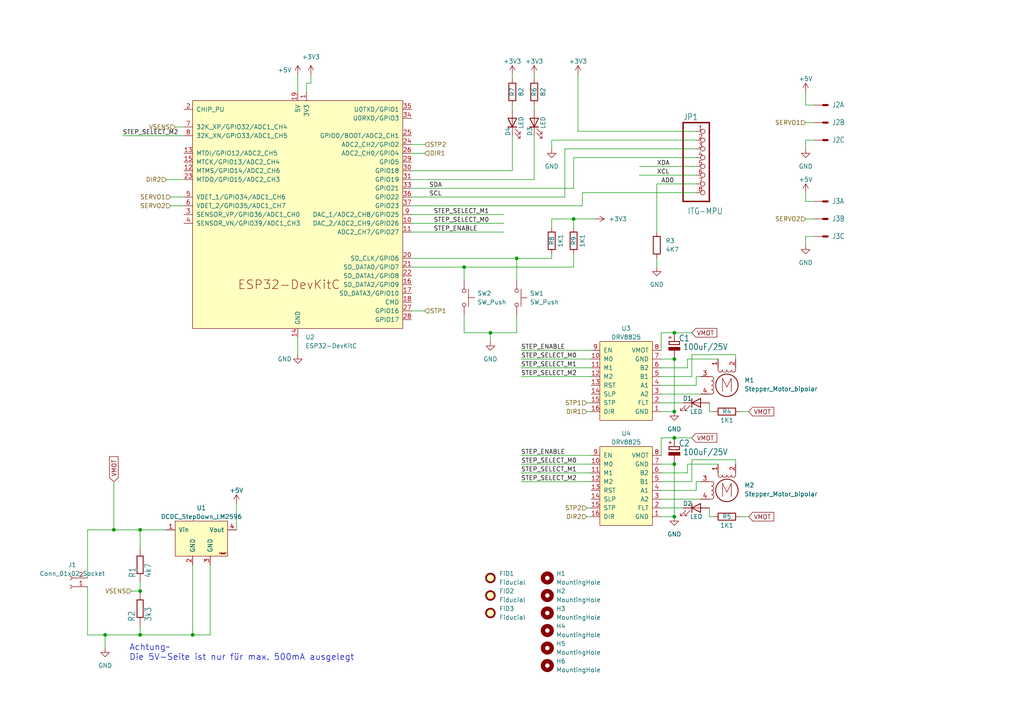
<source format=kicad_sch>
(kicad_sch (version 20230121) (generator eeschema)

  (uuid 8af4d33e-a065-4e5c-b002-866794394b4f)

  (paper "A4")

  (lib_symbols
    (symbol "Connector:Conn_01x02_Socket" (pin_names (offset 1.016) hide) (in_bom yes) (on_board yes)
      (property "Reference" "J" (at 0 2.54 0)
        (effects (font (size 1.27 1.27)))
      )
      (property "Value" "Conn_01x02_Socket" (at 0 -5.08 0)
        (effects (font (size 1.27 1.27)))
      )
      (property "Footprint" "" (at 0 0 0)
        (effects (font (size 1.27 1.27)) hide)
      )
      (property "Datasheet" "~" (at 0 0 0)
        (effects (font (size 1.27 1.27)) hide)
      )
      (property "ki_locked" "" (at 0 0 0)
        (effects (font (size 1.27 1.27)))
      )
      (property "ki_keywords" "connector" (at 0 0 0)
        (effects (font (size 1.27 1.27)) hide)
      )
      (property "ki_description" "Generic connector, single row, 01x02, script generated" (at 0 0 0)
        (effects (font (size 1.27 1.27)) hide)
      )
      (property "ki_fp_filters" "Connector*:*_1x??_*" (at 0 0 0)
        (effects (font (size 1.27 1.27)) hide)
      )
      (symbol "Conn_01x02_Socket_1_1"
        (arc (start 0 -2.032) (mid -0.5058 -2.54) (end 0 -3.048)
          (stroke (width 0.1524) (type default))
          (fill (type none))
        )
        (polyline
          (pts
            (xy -1.27 -2.54)
            (xy -0.508 -2.54)
          )
          (stroke (width 0.1524) (type default))
          (fill (type none))
        )
        (polyline
          (pts
            (xy -1.27 0)
            (xy -0.508 0)
          )
          (stroke (width 0.1524) (type default))
          (fill (type none))
        )
        (arc (start 0 0.508) (mid -0.5058 0) (end 0 -0.508)
          (stroke (width 0.1524) (type default))
          (fill (type none))
        )
        (pin passive line (at -5.08 0 0) (length 3.81)
          (name "Pin_1" (effects (font (size 1.27 1.27))))
          (number "1" (effects (font (size 1.27 1.27))))
        )
        (pin passive line (at -5.08 -2.54 0) (length 3.81)
          (name "Pin_2" (effects (font (size 1.27 1.27))))
          (number "2" (effects (font (size 1.27 1.27))))
        )
      )
    )
    (symbol "Custom_Library:DCDC_StepDown_LM2596" (pin_names (offset 1.016)) (in_bom yes) (on_board yes)
      (property "Reference" "U" (at -5.08 6.35 0)
        (effects (font (size 1.27 1.27)))
      )
      (property "Value" "DCDC_StepDown_LM2596" (at 0 11.43 0)
        (effects (font (size 1.27 1.27)))
      )
      (property "Footprint" "" (at -1.27 0 0)
        (effects (font (size 1.27 1.27)) hide)
      )
      (property "Datasheet" "" (at -1.27 0 0)
        (effects (font (size 1.27 1.27)) hide)
      )
      (property "ki_keywords" "module stepdown step down buck converter DCDC DC" (at 0 0 0)
        (effects (font (size 1.27 1.27)) hide)
      )
      (property "ki_description" "module : adjustable step down module 3.2V-40V to 1.25V-35V 3A" (at 0 0 0)
        (effects (font (size 1.27 1.27)) hide)
      )
      (symbol "DCDC_StepDown_LM2596_0_1"
        (rectangle (start -7.62 5.08) (end 7.62 -5.08)
          (stroke (width 0) (type solid))
          (fill (type background))
        )
      )
      (symbol "DCDC_StepDown_LM2596_1_1"
        (text "Y@@V" (at 6.1976 -4.2672 0)
          (effects (font (size 0.508 0.508)))
        )
        (pin power_in line (at -10.16 2.54 0) (length 2.54)
          (name "Vin" (effects (font (size 1.27 1.27))))
          (number "1" (effects (font (size 1.27 1.27))))
        )
        (pin power_in line (at -2.54 -7.62 90) (length 2.54)
          (name "GND" (effects (font (size 1.27 1.27))))
          (number "2" (effects (font (size 1.27 1.27))))
        )
        (pin power_in line (at 2.54 -7.62 90) (length 2.54)
          (name "GND" (effects (font (size 1.27 1.27))))
          (number "3" (effects (font (size 1.27 1.27))))
        )
        (pin power_out line (at 10.16 2.54 180) (length 2.54)
          (name "Vout" (effects (font (size 1.27 1.27))))
          (number "4" (effects (font (size 1.27 1.27))))
        )
      )
    )
    (symbol "Custom_Library:DRV8825" (pin_names (offset 1.016)) (in_bom yes) (on_board yes)
      (property "Reference" "U" (at -6.9088 -10.5664 0)
        (effects (font (size 1.27 1.27)))
      )
      (property "Value" "DRV8825" (at 0 0 90)
        (effects (font (size 1.27 1.27)))
      )
      (property "Footprint" "" (at -2.54 1.27 0)
        (effects (font (size 1.27 1.27)) hide)
      )
      (property "Datasheet" "https://www.ti.com/lit/ds/symlink/drv8825.pdf" (at -2.54 1.27 0)
        (effects (font (size 1.27 1.27)) hide)
      )
      (property "ki_keywords" "DRV8825" (at 0 0 0)
        (effects (font (size 1.27 1.27)) hide)
      )
      (property "ki_description" "DRV8825 Breakout Board" (at 0 0 0)
        (effects (font (size 1.27 1.27)) hide)
      )
      (symbol "DRV8825_0_1"
        (rectangle (start -7.62 11.43) (end 7.62 -11.43)
          (stroke (width 0) (type solid))
          (fill (type background))
        )
      )
      (symbol "DRV8825_1_1"
        (pin power_in line (at -10.16 8.89 0) (length 2.54)
          (name "GND" (effects (font (size 1.27 1.27))))
          (number "1" (effects (font (size 1.27 1.27))))
        )
        (pin input line (at 10.16 -6.35 180) (length 2.54)
          (name "M0" (effects (font (size 1.27 1.27))))
          (number "10" (effects (font (size 1.27 1.27))))
        )
        (pin input line (at 10.16 -3.81 180) (length 2.54)
          (name "M1" (effects (font (size 1.27 1.27))))
          (number "11" (effects (font (size 1.27 1.27))))
        )
        (pin input line (at 10.16 -1.27 180) (length 2.54)
          (name "M2" (effects (font (size 1.27 1.27))))
          (number "12" (effects (font (size 1.27 1.27))))
        )
        (pin input line (at 10.16 1.27 180) (length 2.54)
          (name "RST" (effects (font (size 1.27 1.27))))
          (number "13" (effects (font (size 1.27 1.27))))
        )
        (pin input line (at 10.16 3.81 180) (length 2.54)
          (name "SLP" (effects (font (size 1.27 1.27))))
          (number "14" (effects (font (size 1.27 1.27))))
        )
        (pin input line (at 10.16 6.35 180) (length 2.54)
          (name "STP" (effects (font (size 1.27 1.27))))
          (number "15" (effects (font (size 1.27 1.27))))
        )
        (pin input line (at 10.16 8.89 180) (length 2.54)
          (name "DIR" (effects (font (size 1.27 1.27))))
          (number "16" (effects (font (size 1.27 1.27))))
        )
        (pin output line (at -10.16 6.35 0) (length 2.54)
          (name "FLT" (effects (font (size 1.27 1.27))))
          (number "2" (effects (font (size 1.27 1.27))))
        )
        (pin output line (at -10.16 3.81 0) (length 2.54)
          (name "A2" (effects (font (size 1.27 1.27))))
          (number "3" (effects (font (size 1.27 1.27))))
        )
        (pin output line (at -10.16 1.27 0) (length 2.54)
          (name "A1" (effects (font (size 1.27 1.27))))
          (number "4" (effects (font (size 1.27 1.27))))
        )
        (pin output line (at -10.16 -1.27 0) (length 2.54)
          (name "B1" (effects (font (size 1.27 1.27))))
          (number "5" (effects (font (size 1.27 1.27))))
        )
        (pin output line (at -10.16 -3.81 0) (length 2.54)
          (name "B2" (effects (font (size 1.27 1.27))))
          (number "6" (effects (font (size 1.27 1.27))))
        )
        (pin power_in line (at -10.16 -6.35 0) (length 2.54)
          (name "GND" (effects (font (size 1.27 1.27))))
          (number "7" (effects (font (size 1.27 1.27))))
        )
        (pin power_in line (at -10.16 -8.89 0) (length 2.54)
          (name "VMOT" (effects (font (size 1.27 1.27))))
          (number "8" (effects (font (size 1.27 1.27))))
        )
        (pin input line (at 10.16 -8.89 180) (length 2.54)
          (name "EN" (effects (font (size 1.27 1.27))))
          (number "9" (effects (font (size 1.27 1.27))))
        )
      )
    )
    (symbol "Device:LED" (pin_numbers hide) (pin_names (offset 1.016) hide) (in_bom yes) (on_board yes)
      (property "Reference" "D" (at 0 2.54 0)
        (effects (font (size 1.27 1.27)))
      )
      (property "Value" "LED" (at 0 -2.54 0)
        (effects (font (size 1.27 1.27)))
      )
      (property "Footprint" "" (at 0 0 0)
        (effects (font (size 1.27 1.27)) hide)
      )
      (property "Datasheet" "~" (at 0 0 0)
        (effects (font (size 1.27 1.27)) hide)
      )
      (property "ki_keywords" "LED diode" (at 0 0 0)
        (effects (font (size 1.27 1.27)) hide)
      )
      (property "ki_description" "Light emitting diode" (at 0 0 0)
        (effects (font (size 1.27 1.27)) hide)
      )
      (property "ki_fp_filters" "LED* LED_SMD:* LED_THT:*" (at 0 0 0)
        (effects (font (size 1.27 1.27)) hide)
      )
      (symbol "LED_0_1"
        (polyline
          (pts
            (xy -1.27 -1.27)
            (xy -1.27 1.27)
          )
          (stroke (width 0.254) (type default))
          (fill (type none))
        )
        (polyline
          (pts
            (xy -1.27 0)
            (xy 1.27 0)
          )
          (stroke (width 0) (type default))
          (fill (type none))
        )
        (polyline
          (pts
            (xy 1.27 -1.27)
            (xy 1.27 1.27)
            (xy -1.27 0)
            (xy 1.27 -1.27)
          )
          (stroke (width 0.254) (type default))
          (fill (type none))
        )
        (polyline
          (pts
            (xy -3.048 -0.762)
            (xy -4.572 -2.286)
            (xy -3.81 -2.286)
            (xy -4.572 -2.286)
            (xy -4.572 -1.524)
          )
          (stroke (width 0) (type default))
          (fill (type none))
        )
        (polyline
          (pts
            (xy -1.778 -0.762)
            (xy -3.302 -2.286)
            (xy -2.54 -2.286)
            (xy -3.302 -2.286)
            (xy -3.302 -1.524)
          )
          (stroke (width 0) (type default))
          (fill (type none))
        )
      )
      (symbol "LED_1_1"
        (pin passive line (at -3.81 0 0) (length 2.54)
          (name "K" (effects (font (size 1.27 1.27))))
          (number "1" (effects (font (size 1.27 1.27))))
        )
        (pin passive line (at 3.81 0 180) (length 2.54)
          (name "A" (effects (font (size 1.27 1.27))))
          (number "2" (effects (font (size 1.27 1.27))))
        )
      )
    )
    (symbol "Device:R" (pin_numbers hide) (pin_names (offset 0)) (in_bom yes) (on_board yes)
      (property "Reference" "R" (at 2.032 0 90)
        (effects (font (size 1.27 1.27)))
      )
      (property "Value" "R" (at 0 0 90)
        (effects (font (size 1.27 1.27)))
      )
      (property "Footprint" "" (at -1.778 0 90)
        (effects (font (size 1.27 1.27)) hide)
      )
      (property "Datasheet" "~" (at 0 0 0)
        (effects (font (size 1.27 1.27)) hide)
      )
      (property "ki_keywords" "R res resistor" (at 0 0 0)
        (effects (font (size 1.27 1.27)) hide)
      )
      (property "ki_description" "Resistor" (at 0 0 0)
        (effects (font (size 1.27 1.27)) hide)
      )
      (property "ki_fp_filters" "R_*" (at 0 0 0)
        (effects (font (size 1.27 1.27)) hide)
      )
      (symbol "R_0_1"
        (rectangle (start -1.016 -2.54) (end 1.016 2.54)
          (stroke (width 0.254) (type default))
          (fill (type none))
        )
      )
      (symbol "R_1_1"
        (pin passive line (at 0 3.81 270) (length 1.27)
          (name "~" (effects (font (size 1.27 1.27))))
          (number "1" (effects (font (size 1.27 1.27))))
        )
        (pin passive line (at 0 -3.81 90) (length 1.27)
          (name "~" (effects (font (size 1.27 1.27))))
          (number "2" (effects (font (size 1.27 1.27))))
        )
      )
    )
    (symbol "Espressif:ESP32-DevKitC" (pin_names (offset 1.016)) (in_bom yes) (on_board yes)
      (property "Reference" "U" (at -30.48 38.1 0)
        (effects (font (size 1.27 1.27)) (justify left))
      )
      (property "Value" "ESP32-DevKitC" (at -30.48 35.56 0)
        (effects (font (size 1.27 1.27)) (justify left))
      )
      (property "Footprint" "Espressif:ESP32-DevKitC" (at 0 -43.18 0)
        (effects (font (size 1.27 1.27)) hide)
      )
      (property "Datasheet" "https://docs.espressif.com/projects/esp-idf/zh_CN/latest/esp32/hw-reference/esp32/get-started-devkitc.html" (at 0 -45.72 0)
        (effects (font (size 1.27 1.27)) hide)
      )
      (property "ki_keywords" "ESP32" (at 0 0 0)
        (effects (font (size 1.27 1.27)) hide)
      )
      (property "ki_description" "Development Kit" (at 0 0 0)
        (effects (font (size 1.27 1.27)) hide)
      )
      (symbol "ESP32-DevKitC_0_0"
        (text "ESP32-DevKitC" (at -2.54 -20.32 0)
          (effects (font (size 2.54 2.54)))
        )
        (pin power_in line (at 0 -35.56 90) (length 2.54)
          (name "GND" (effects (font (size 1.27 1.27))))
          (number "14" (effects (font (size 1.27 1.27))))
        )
        (pin power_in line (at 0 35.56 270) (length 2.54)
          (name "5V" (effects (font (size 1.27 1.27))))
          (number "19" (effects (font (size 1.27 1.27))))
        )
      )
      (symbol "ESP32-DevKitC_0_1"
        (rectangle (start -30.48 33.02) (end 30.48 -33.02)
          (stroke (width 0) (type default))
          (fill (type background))
        )
      )
      (symbol "ESP32-DevKitC_1_1"
        (pin power_in line (at 2.54 35.56 270) (length 2.54)
          (name "3V3" (effects (font (size 1.27 1.27))))
          (number "1" (effects (font (size 1.27 1.27))))
        )
        (pin bidirectional line (at 33.02 -2.54 180) (length 2.54)
          (name "DAC_2/ADC2_CH9/GPIO26" (effects (font (size 1.27 1.27))))
          (number "10" (effects (font (size 1.27 1.27))))
        )
        (pin bidirectional line (at 33.02 -5.08 180) (length 2.54)
          (name "ADC2_CH7/GPIO27" (effects (font (size 1.27 1.27))))
          (number "11" (effects (font (size 1.27 1.27))))
        )
        (pin bidirectional line (at -33.02 12.7 0) (length 2.54)
          (name "MTMS/GPIO14/ADC2_CH6" (effects (font (size 1.27 1.27))))
          (number "12" (effects (font (size 1.27 1.27))))
        )
        (pin bidirectional line (at -33.02 17.78 0) (length 2.54)
          (name "MTDI/GPIO12/ADC2_CH5" (effects (font (size 1.27 1.27))))
          (number "13" (effects (font (size 1.27 1.27))))
        )
        (pin bidirectional line (at -33.02 15.24 0) (length 2.54)
          (name "MTCK/GPIO13/ADC2_CH4" (effects (font (size 1.27 1.27))))
          (number "15" (effects (font (size 1.27 1.27))))
        )
        (pin bidirectional line (at 33.02 -20.32 180) (length 2.54)
          (name "SD_DATA2/GPIO9" (effects (font (size 1.27 1.27))))
          (number "16" (effects (font (size 1.27 1.27))))
        )
        (pin bidirectional line (at 33.02 -22.86 180) (length 2.54)
          (name "SD_DATA3/GPIO10" (effects (font (size 1.27 1.27))))
          (number "17" (effects (font (size 1.27 1.27))))
        )
        (pin bidirectional line (at 33.02 -25.4 180) (length 2.54)
          (name "CMD" (effects (font (size 1.27 1.27))))
          (number "18" (effects (font (size 1.27 1.27))))
        )
        (pin input line (at -33.02 30.48 0) (length 2.54)
          (name "CHIP_PU" (effects (font (size 1.27 1.27))))
          (number "2" (effects (font (size 1.27 1.27))))
        )
        (pin bidirectional line (at 33.02 -12.7 180) (length 2.54)
          (name "SD_CLK/GPIO6" (effects (font (size 1.27 1.27))))
          (number "20" (effects (font (size 1.27 1.27))))
        )
        (pin bidirectional line (at 33.02 -15.24 180) (length 2.54)
          (name "SD_DATA0/GPIO7" (effects (font (size 1.27 1.27))))
          (number "21" (effects (font (size 1.27 1.27))))
        )
        (pin bidirectional line (at 33.02 -17.78 180) (length 2.54)
          (name "SD_DATA1/GPIO8" (effects (font (size 1.27 1.27))))
          (number "22" (effects (font (size 1.27 1.27))))
        )
        (pin bidirectional line (at -33.02 10.16 0) (length 2.54)
          (name "MTDO/GPIO15/ADC2_CH3" (effects (font (size 1.27 1.27))))
          (number "23" (effects (font (size 1.27 1.27))))
        )
        (pin bidirectional line (at 33.02 20.32 180) (length 2.54)
          (name "ADC2_CH2/GPIO2" (effects (font (size 1.27 1.27))))
          (number "24" (effects (font (size 1.27 1.27))))
        )
        (pin bidirectional line (at 33.02 22.86 180) (length 2.54)
          (name "GPIO0/BOOT/ADC2_CH1" (effects (font (size 1.27 1.27))))
          (number "25" (effects (font (size 1.27 1.27))))
        )
        (pin bidirectional line (at 33.02 17.78 180) (length 2.54)
          (name "ADC2_CH0/GPIO4" (effects (font (size 1.27 1.27))))
          (number "26" (effects (font (size 1.27 1.27))))
        )
        (pin bidirectional line (at 33.02 -27.94 180) (length 2.54)
          (name "GPIO16" (effects (font (size 1.27 1.27))))
          (number "27" (effects (font (size 1.27 1.27))))
        )
        (pin bidirectional line (at 33.02 -30.48 180) (length 2.54)
          (name "GPIO17" (effects (font (size 1.27 1.27))))
          (number "28" (effects (font (size 1.27 1.27))))
        )
        (pin bidirectional line (at 33.02 15.24 180) (length 2.54)
          (name "GPIO5" (effects (font (size 1.27 1.27))))
          (number "29" (effects (font (size 1.27 1.27))))
        )
        (pin input line (at -33.02 0 0) (length 2.54)
          (name "SENSOR_VP/GPIO36/ADC1_CH0" (effects (font (size 1.27 1.27))))
          (number "3" (effects (font (size 1.27 1.27))))
        )
        (pin bidirectional line (at 33.02 12.7 180) (length 2.54)
          (name "GPIO18" (effects (font (size 1.27 1.27))))
          (number "30" (effects (font (size 1.27 1.27))))
        )
        (pin bidirectional line (at 33.02 10.16 180) (length 2.54)
          (name "GPIO19" (effects (font (size 1.27 1.27))))
          (number "31" (effects (font (size 1.27 1.27))))
        )
        (pin passive line (at 0 -35.56 90) (length 2.54) hide
          (name "GND" (effects (font (size 1.27 1.27))))
          (number "32" (effects (font (size 1.27 1.27))))
        )
        (pin bidirectional line (at 33.02 7.62 180) (length 2.54)
          (name "GPIO21" (effects (font (size 1.27 1.27))))
          (number "33" (effects (font (size 1.27 1.27))))
        )
        (pin bidirectional line (at 33.02 27.94 180) (length 2.54)
          (name "U0RXD/GPIO3" (effects (font (size 1.27 1.27))))
          (number "34" (effects (font (size 1.27 1.27))))
        )
        (pin bidirectional line (at 33.02 30.48 180) (length 2.54)
          (name "U0TXD/GPIO1" (effects (font (size 1.27 1.27))))
          (number "35" (effects (font (size 1.27 1.27))))
        )
        (pin bidirectional line (at 33.02 5.08 180) (length 2.54)
          (name "GPIO22" (effects (font (size 1.27 1.27))))
          (number "36" (effects (font (size 1.27 1.27))))
        )
        (pin bidirectional line (at 33.02 2.54 180) (length 2.54)
          (name "GPIO23" (effects (font (size 1.27 1.27))))
          (number "37" (effects (font (size 1.27 1.27))))
        )
        (pin passive line (at 0 -35.56 90) (length 2.54) hide
          (name "GND" (effects (font (size 1.27 1.27))))
          (number "38" (effects (font (size 1.27 1.27))))
        )
        (pin input line (at -33.02 -2.54 0) (length 2.54)
          (name "SENSOR_VN/GPIO39/ADC1_CH3" (effects (font (size 1.27 1.27))))
          (number "4" (effects (font (size 1.27 1.27))))
        )
        (pin input line (at -33.02 5.08 0) (length 2.54)
          (name "VDET_1/GPIO34/ADC1_CH6" (effects (font (size 1.27 1.27))))
          (number "5" (effects (font (size 1.27 1.27))))
        )
        (pin input line (at -33.02 2.54 0) (length 2.54)
          (name "VDET_2/GPIO35/ADC1_CH7" (effects (font (size 1.27 1.27))))
          (number "6" (effects (font (size 1.27 1.27))))
        )
        (pin bidirectional line (at -33.02 25.4 0) (length 2.54)
          (name "32K_XP/GPIO32/ADC1_CH4" (effects (font (size 1.27 1.27))))
          (number "7" (effects (font (size 1.27 1.27))))
        )
        (pin bidirectional line (at -33.02 22.86 0) (length 2.54)
          (name "32K_XN/GPIO33/ADC1_CH5" (effects (font (size 1.27 1.27))))
          (number "8" (effects (font (size 1.27 1.27))))
        )
        (pin bidirectional line (at 33.02 0 180) (length 2.54)
          (name "DAC_1/ADC2_CH8/GPIO25" (effects (font (size 1.27 1.27))))
          (number "9" (effects (font (size 1.27 1.27))))
        )
      )
    )
    (symbol "Mechanical:Fiducial" (in_bom yes) (on_board yes)
      (property "Reference" "FID" (at 0 5.08 0)
        (effects (font (size 1.27 1.27)))
      )
      (property "Value" "Fiducial" (at 0 3.175 0)
        (effects (font (size 1.27 1.27)))
      )
      (property "Footprint" "" (at 0 0 0)
        (effects (font (size 1.27 1.27)) hide)
      )
      (property "Datasheet" "~" (at 0 0 0)
        (effects (font (size 1.27 1.27)) hide)
      )
      (property "ki_keywords" "fiducial marker" (at 0 0 0)
        (effects (font (size 1.27 1.27)) hide)
      )
      (property "ki_description" "Fiducial Marker" (at 0 0 0)
        (effects (font (size 1.27 1.27)) hide)
      )
      (property "ki_fp_filters" "Fiducial*" (at 0 0 0)
        (effects (font (size 1.27 1.27)) hide)
      )
      (symbol "Fiducial_0_1"
        (circle (center 0 0) (radius 1.27)
          (stroke (width 0.508) (type default))
          (fill (type background))
        )
      )
    )
    (symbol "Mechanical:MountingHole" (pin_names (offset 1.016)) (in_bom yes) (on_board yes)
      (property "Reference" "H" (at 0 5.08 0)
        (effects (font (size 1.27 1.27)))
      )
      (property "Value" "MountingHole" (at 0 3.175 0)
        (effects (font (size 1.27 1.27)))
      )
      (property "Footprint" "" (at 0 0 0)
        (effects (font (size 1.27 1.27)) hide)
      )
      (property "Datasheet" "~" (at 0 0 0)
        (effects (font (size 1.27 1.27)) hide)
      )
      (property "ki_keywords" "mounting hole" (at 0 0 0)
        (effects (font (size 1.27 1.27)) hide)
      )
      (property "ki_description" "Mounting Hole without connection" (at 0 0 0)
        (effects (font (size 1.27 1.27)) hide)
      )
      (property "ki_fp_filters" "MountingHole*" (at 0 0 0)
        (effects (font (size 1.27 1.27)) hide)
      )
      (symbol "MountingHole_0_1"
        (circle (center 0 0) (radius 1.27)
          (stroke (width 1.27) (type default))
          (fill (type none))
        )
      )
    )
    (symbol "Motor:Stepper_Motor_bipolar" (pin_names (offset 0) hide) (in_bom yes) (on_board yes)
      (property "Reference" "M" (at 3.81 2.54 0)
        (effects (font (size 1.27 1.27)) (justify left))
      )
      (property "Value" "Stepper_Motor_bipolar" (at 3.81 1.27 0)
        (effects (font (size 1.27 1.27)) (justify left top))
      )
      (property "Footprint" "" (at 0.254 -0.254 0)
        (effects (font (size 1.27 1.27)) hide)
      )
      (property "Datasheet" "http://www.infineon.com/dgdl/Application-Note-TLE8110EE_driving_UniPolarStepperMotor_V1.1.pdf?fileId=db3a30431be39b97011be5d0aa0a00b0" (at 0.254 -0.254 0)
        (effects (font (size 1.27 1.27)) hide)
      )
      (property "ki_keywords" "bipolar stepper motor" (at 0 0 0)
        (effects (font (size 1.27 1.27)) hide)
      )
      (property "ki_description" "4-wire bipolar stepper motor" (at 0 0 0)
        (effects (font (size 1.27 1.27)) hide)
      )
      (property "ki_fp_filters" "PinHeader*P2.54mm*Vertical* TerminalBlock* Motor*" (at 0 0 0)
        (effects (font (size 1.27 1.27)) hide)
      )
      (symbol "Stepper_Motor_bipolar_0_0"
        (polyline
          (pts
            (xy -1.27 -1.778)
            (xy -1.27 2.032)
            (xy 0 -0.508)
            (xy 1.27 2.032)
            (xy 1.27 -1.778)
          )
          (stroke (width 0) (type default))
          (fill (type none))
        )
      )
      (symbol "Stepper_Motor_bipolar_0_1"
        (arc (start -4.445 -2.54) (mid -3.8127 -1.905) (end -4.445 -1.27)
          (stroke (width 0) (type default))
          (fill (type none))
        )
        (arc (start -4.445 -1.27) (mid -3.8127 -0.635) (end -4.445 0)
          (stroke (width 0) (type default))
          (fill (type none))
        )
        (arc (start -4.445 0) (mid -3.8127 0.635) (end -4.445 1.27)
          (stroke (width 0) (type default))
          (fill (type none))
        )
        (arc (start -4.445 1.27) (mid -3.8127 1.905) (end -4.445 2.54)
          (stroke (width 0) (type default))
          (fill (type none))
        )
        (arc (start -2.54 4.445) (mid -1.905 3.8127) (end -1.27 4.445)
          (stroke (width 0) (type default))
          (fill (type none))
        )
        (arc (start -1.27 4.445) (mid -0.635 3.8127) (end 0 4.445)
          (stroke (width 0) (type default))
          (fill (type none))
        )
        (polyline
          (pts
            (xy -5.08 -2.54)
            (xy -4.445 -2.54)
          )
          (stroke (width 0) (type default))
          (fill (type none))
        )
        (polyline
          (pts
            (xy -5.08 2.54)
            (xy -4.445 2.54)
          )
          (stroke (width 0) (type default))
          (fill (type none))
        )
        (polyline
          (pts
            (xy -2.54 5.08)
            (xy -2.54 4.445)
          )
          (stroke (width 0) (type default))
          (fill (type none))
        )
        (polyline
          (pts
            (xy 2.54 5.08)
            (xy 2.54 4.445)
          )
          (stroke (width 0) (type default))
          (fill (type none))
        )
        (circle (center 0 0) (radius 3.2512)
          (stroke (width 0.254) (type default))
          (fill (type none))
        )
        (arc (start 0 4.445) (mid 0.635 3.8127) (end 1.27 4.445)
          (stroke (width 0) (type default))
          (fill (type none))
        )
        (arc (start 1.27 4.445) (mid 1.905 3.8127) (end 2.54 4.445)
          (stroke (width 0) (type default))
          (fill (type none))
        )
      )
      (symbol "Stepper_Motor_bipolar_1_1"
        (pin passive line (at -2.54 7.62 270) (length 2.54)
          (name "~" (effects (font (size 1.27 1.27))))
          (number "1" (effects (font (size 1.27 1.27))))
        )
        (pin passive line (at 2.54 7.62 270) (length 2.54)
          (name "-" (effects (font (size 1.27 1.27))))
          (number "2" (effects (font (size 1.27 1.27))))
        )
        (pin passive line (at -7.62 2.54 0) (length 2.54)
          (name "~" (effects (font (size 1.27 1.27))))
          (number "3" (effects (font (size 1.27 1.27))))
        )
        (pin passive line (at -7.62 -2.54 0) (length 2.54)
          (name "~" (effects (font (size 1.27 1.27))))
          (number "4" (effects (font (size 1.27 1.27))))
        )
      )
    )
    (symbol "Switch:SW_Push" (pin_numbers hide) (pin_names (offset 1.016) hide) (in_bom yes) (on_board yes)
      (property "Reference" "SW" (at 1.27 2.54 0)
        (effects (font (size 1.27 1.27)) (justify left))
      )
      (property "Value" "SW_Push" (at 0 -1.524 0)
        (effects (font (size 1.27 1.27)))
      )
      (property "Footprint" "" (at 0 5.08 0)
        (effects (font (size 1.27 1.27)) hide)
      )
      (property "Datasheet" "~" (at 0 5.08 0)
        (effects (font (size 1.27 1.27)) hide)
      )
      (property "ki_keywords" "switch normally-open pushbutton push-button" (at 0 0 0)
        (effects (font (size 1.27 1.27)) hide)
      )
      (property "ki_description" "Push button switch, generic, two pins" (at 0 0 0)
        (effects (font (size 1.27 1.27)) hide)
      )
      (symbol "SW_Push_0_1"
        (circle (center -2.032 0) (radius 0.508)
          (stroke (width 0) (type default))
          (fill (type none))
        )
        (polyline
          (pts
            (xy 0 1.27)
            (xy 0 3.048)
          )
          (stroke (width 0) (type default))
          (fill (type none))
        )
        (polyline
          (pts
            (xy 2.54 1.27)
            (xy -2.54 1.27)
          )
          (stroke (width 0) (type default))
          (fill (type none))
        )
        (circle (center 2.032 0) (radius 0.508)
          (stroke (width 0) (type default))
          (fill (type none))
        )
        (pin passive line (at -5.08 0 0) (length 2.54)
          (name "1" (effects (font (size 1.27 1.27))))
          (number "1" (effects (font (size 1.27 1.27))))
        )
        (pin passive line (at 5.08 0 180) (length 2.54)
          (name "2" (effects (font (size 1.27 1.27))))
          (number "2" (effects (font (size 1.27 1.27))))
        )
      )
    )
    (symbol "power:+3V3" (power) (pin_names (offset 0)) (in_bom yes) (on_board yes)
      (property "Reference" "#PWR" (at 0 -3.81 0)
        (effects (font (size 1.27 1.27)) hide)
      )
      (property "Value" "+3V3" (at 0 3.556 0)
        (effects (font (size 1.27 1.27)))
      )
      (property "Footprint" "" (at 0 0 0)
        (effects (font (size 1.27 1.27)) hide)
      )
      (property "Datasheet" "" (at 0 0 0)
        (effects (font (size 1.27 1.27)) hide)
      )
      (property "ki_keywords" "global power" (at 0 0 0)
        (effects (font (size 1.27 1.27)) hide)
      )
      (property "ki_description" "Power symbol creates a global label with name \"+3V3\"" (at 0 0 0)
        (effects (font (size 1.27 1.27)) hide)
      )
      (symbol "+3V3_0_1"
        (polyline
          (pts
            (xy -0.762 1.27)
            (xy 0 2.54)
          )
          (stroke (width 0) (type default))
          (fill (type none))
        )
        (polyline
          (pts
            (xy 0 0)
            (xy 0 2.54)
          )
          (stroke (width 0) (type default))
          (fill (type none))
        )
        (polyline
          (pts
            (xy 0 2.54)
            (xy 0.762 1.27)
          )
          (stroke (width 0) (type default))
          (fill (type none))
        )
      )
      (symbol "+3V3_1_1"
        (pin power_in line (at 0 0 90) (length 0) hide
          (name "+3V3" (effects (font (size 1.27 1.27))))
          (number "1" (effects (font (size 1.27 1.27))))
        )
      )
    )
    (symbol "power:+5V" (power) (pin_names (offset 0)) (in_bom yes) (on_board yes)
      (property "Reference" "#PWR" (at 0 -3.81 0)
        (effects (font (size 1.27 1.27)) hide)
      )
      (property "Value" "+5V" (at 0 3.556 0)
        (effects (font (size 1.27 1.27)))
      )
      (property "Footprint" "" (at 0 0 0)
        (effects (font (size 1.27 1.27)) hide)
      )
      (property "Datasheet" "" (at 0 0 0)
        (effects (font (size 1.27 1.27)) hide)
      )
      (property "ki_keywords" "global power" (at 0 0 0)
        (effects (font (size 1.27 1.27)) hide)
      )
      (property "ki_description" "Power symbol creates a global label with name \"+5V\"" (at 0 0 0)
        (effects (font (size 1.27 1.27)) hide)
      )
      (symbol "+5V_0_1"
        (polyline
          (pts
            (xy -0.762 1.27)
            (xy 0 2.54)
          )
          (stroke (width 0) (type default))
          (fill (type none))
        )
        (polyline
          (pts
            (xy 0 0)
            (xy 0 2.54)
          )
          (stroke (width 0) (type default))
          (fill (type none))
        )
        (polyline
          (pts
            (xy 0 2.54)
            (xy 0.762 1.27)
          )
          (stroke (width 0) (type default))
          (fill (type none))
        )
      )
      (symbol "+5V_1_1"
        (pin power_in line (at 0 0 90) (length 0) hide
          (name "+5V" (effects (font (size 1.27 1.27))))
          (number "1" (effects (font (size 1.27 1.27))))
        )
      )
    )
    (symbol "power:GND" (power) (pin_names (offset 0)) (in_bom yes) (on_board yes)
      (property "Reference" "#PWR" (at 0 -6.35 0)
        (effects (font (size 1.27 1.27)) hide)
      )
      (property "Value" "GND" (at 0 -3.81 0)
        (effects (font (size 1.27 1.27)))
      )
      (property "Footprint" "" (at 0 0 0)
        (effects (font (size 1.27 1.27)) hide)
      )
      (property "Datasheet" "" (at 0 0 0)
        (effects (font (size 1.27 1.27)) hide)
      )
      (property "ki_keywords" "global power" (at 0 0 0)
        (effects (font (size 1.27 1.27)) hide)
      )
      (property "ki_description" "Power symbol creates a global label with name \"GND\" , ground" (at 0 0 0)
        (effects (font (size 1.27 1.27)) hide)
      )
      (symbol "GND_0_1"
        (polyline
          (pts
            (xy 0 0)
            (xy 0 -1.27)
            (xy 1.27 -1.27)
            (xy 0 -2.54)
            (xy -1.27 -1.27)
            (xy 0 -1.27)
          )
          (stroke (width 0) (type default))
          (fill (type none))
        )
      )
      (symbol "GND_1_1"
        (pin power_in line (at 0 0 270) (length 0) hide
          (name "GND" (effects (font (size 1.27 1.27))))
          (number "1" (effects (font (size 1.27 1.27))))
        )
      )
    )
    (symbol "yabr-main-4-eagle-import:22-?-0327-2031" (in_bom yes) (on_board yes)
      (property "Reference" "J" (at 2.54 -0.762 0)
        (effects (font (size 1.524 1.2954)) (justify left bottom))
      )
      (property "Value" "22-?-0327-2031" (at -0.762 1.397 0)
        (effects (font (size 1.778 1.5113)) (justify left bottom) hide)
      )
      (property "Footprint" "yabr-main-4:6410-03" (at 0 0 0)
        (effects (font (size 1.27 1.27)) hide)
      )
      (property "Datasheet" "" (at 0 0 0)
        (effects (font (size 1.27 1.27)) hide)
      )
      (property "ki_locked" "" (at 0 0 0)
        (effects (font (size 1.27 1.27)))
      )
      (symbol "22-?-0327-2031_1_0"
        (polyline
          (pts
            (xy 1.27 0)
            (xy 0 0)
          )
          (stroke (width 0.6096) (type default))
          (fill (type none))
        )
        (pin passive line (at -2.54 0 0) (length 2.54)
          (name "S" (effects (font (size 0 0))))
          (number "1" (effects (font (size 0 0))))
        )
      )
      (symbol "22-?-0327-2031_2_0"
        (polyline
          (pts
            (xy 1.27 0)
            (xy 0 0)
          )
          (stroke (width 0.6096) (type default))
          (fill (type none))
        )
        (pin passive line (at -2.54 0 0) (length 2.54)
          (name "S" (effects (font (size 0 0))))
          (number "2" (effects (font (size 0 0))))
        )
      )
      (symbol "22-?-0327-2031_3_0"
        (polyline
          (pts
            (xy 1.27 0)
            (xy 0 0)
          )
          (stroke (width 0.6096) (type default))
          (fill (type none))
        )
        (pin passive line (at -2.54 0 0) (length 2.54)
          (name "S" (effects (font (size 0 0))))
          (number "3" (effects (font (size 0 0))))
        )
      )
    )
    (symbol "yabr-main-4-eagle-import:CPOL-EUE3.5-8" (in_bom yes) (on_board yes)
      (property "Reference" "C" (at 1.143 0.4826 0)
        (effects (font (size 1.778 1.5113)) (justify left bottom))
      )
      (property "Value" "CPOL-EUE3.5-8" (at 1.143 -4.5974 0)
        (effects (font (size 1.778 1.5113)) (justify left bottom))
      )
      (property "Footprint" "yabr-main-4:E3,5-8" (at 0 0 0)
        (effects (font (size 1.27 1.27)) hide)
      )
      (property "Datasheet" "" (at 0 0 0)
        (effects (font (size 1.27 1.27)) hide)
      )
      (property "ki_locked" "" (at 0 0 0)
        (effects (font (size 1.27 1.27)))
      )
      (symbol "CPOL-EUE3.5-8_1_0"
        (rectangle (start -1.651 -2.54) (end 1.651 -1.651)
          (stroke (width 0) (type default))
          (fill (type outline))
        )
        (polyline
          (pts
            (xy -1.524 -0.889)
            (xy 1.524 -0.889)
          )
          (stroke (width 0.254) (type default))
          (fill (type none))
        )
        (polyline
          (pts
            (xy -1.524 0)
            (xy -1.524 -0.889)
          )
          (stroke (width 0.254) (type default))
          (fill (type none))
        )
        (polyline
          (pts
            (xy -1.524 0)
            (xy 1.524 0)
          )
          (stroke (width 0.254) (type default))
          (fill (type none))
        )
        (polyline
          (pts
            (xy 1.524 -0.889)
            (xy 1.524 0)
          )
          (stroke (width 0.254) (type default))
          (fill (type none))
        )
        (text "+" (at -0.5842 0.4064 900)
          (effects (font (size 1.27 1.0795)) (justify left bottom))
        )
        (pin passive line (at 0 2.54 270) (length 2.54)
          (name "+" (effects (font (size 0 0))))
          (number "+" (effects (font (size 0 0))))
        )
        (pin passive line (at 0 -5.08 90) (length 2.54)
          (name "-" (effects (font (size 0 0))))
          (number "-" (effects (font (size 0 0))))
        )
      )
    )
    (symbol "yabr-main-4-eagle-import:PINHD-1X8" (in_bom yes) (on_board yes)
      (property "Reference" "JP" (at -6.35 13.335 0)
        (effects (font (size 1.778 1.5113)) (justify left bottom))
      )
      (property "Value" "PINHD-1X8" (at -6.35 -12.7 0)
        (effects (font (size 1.778 1.5113)) (justify left bottom))
      )
      (property "Footprint" "yabr-main-4:1X08" (at 0 0 0)
        (effects (font (size 1.27 1.27)) hide)
      )
      (property "Datasheet" "" (at 0 0 0)
        (effects (font (size 1.27 1.27)) hide)
      )
      (property "ki_locked" "" (at 0 0 0)
        (effects (font (size 1.27 1.27)))
      )
      (symbol "PINHD-1X8_1_0"
        (polyline
          (pts
            (xy -6.35 -10.16)
            (xy 1.27 -10.16)
          )
          (stroke (width 0.4064) (type default))
          (fill (type none))
        )
        (polyline
          (pts
            (xy -6.35 12.7)
            (xy -6.35 -10.16)
          )
          (stroke (width 0.4064) (type default))
          (fill (type none))
        )
        (polyline
          (pts
            (xy 1.27 -10.16)
            (xy 1.27 12.7)
          )
          (stroke (width 0.4064) (type default))
          (fill (type none))
        )
        (polyline
          (pts
            (xy 1.27 12.7)
            (xy -6.35 12.7)
          )
          (stroke (width 0.4064) (type default))
          (fill (type none))
        )
        (pin passive inverted (at -2.54 10.16 0) (length 2.54)
          (name "1" (effects (font (size 0 0))))
          (number "1" (effects (font (size 1.27 1.27))))
        )
        (pin passive inverted (at -2.54 7.62 0) (length 2.54)
          (name "2" (effects (font (size 0 0))))
          (number "2" (effects (font (size 1.27 1.27))))
        )
        (pin passive inverted (at -2.54 5.08 0) (length 2.54)
          (name "3" (effects (font (size 0 0))))
          (number "3" (effects (font (size 1.27 1.27))))
        )
        (pin passive inverted (at -2.54 2.54 0) (length 2.54)
          (name "4" (effects (font (size 0 0))))
          (number "4" (effects (font (size 1.27 1.27))))
        )
        (pin passive inverted (at -2.54 0 0) (length 2.54)
          (name "5" (effects (font (size 0 0))))
          (number "5" (effects (font (size 1.27 1.27))))
        )
        (pin passive inverted (at -2.54 -2.54 0) (length 2.54)
          (name "6" (effects (font (size 0 0))))
          (number "6" (effects (font (size 1.27 1.27))))
        )
        (pin passive inverted (at -2.54 -5.08 0) (length 2.54)
          (name "7" (effects (font (size 0 0))))
          (number "7" (effects (font (size 1.27 1.27))))
        )
        (pin passive inverted (at -2.54 -7.62 0) (length 2.54)
          (name "8" (effects (font (size 0 0))))
          (number "8" (effects (font (size 1.27 1.27))))
        )
      )
    )
    (symbol "yabr-main-4-eagle-import:R-EU_0207{slash}10" (in_bom yes) (on_board yes)
      (property "Reference" "R" (at -3.81 1.4986 0)
        (effects (font (size 1.778 1.5113)) (justify left bottom))
      )
      (property "Value" "R-EU_0207{slash}10" (at -3.81 -3.302 0)
        (effects (font (size 1.778 1.5113)) (justify left bottom))
      )
      (property "Footprint" "yabr-main-4:0207_10" (at 0 0 0)
        (effects (font (size 1.27 1.27)) hide)
      )
      (property "Datasheet" "" (at 0 0 0)
        (effects (font (size 1.27 1.27)) hide)
      )
      (property "ki_locked" "" (at 0 0 0)
        (effects (font (size 1.27 1.27)))
      )
      (symbol "R-EU_0207{slash}10_1_0"
        (polyline
          (pts
            (xy -2.54 -0.889)
            (xy -2.54 0.889)
          )
          (stroke (width 0.254) (type default))
          (fill (type none))
        )
        (polyline
          (pts
            (xy -2.54 -0.889)
            (xy 2.54 -0.889)
          )
          (stroke (width 0.254) (type default))
          (fill (type none))
        )
        (polyline
          (pts
            (xy 2.54 -0.889)
            (xy 2.54 0.889)
          )
          (stroke (width 0.254) (type default))
          (fill (type none))
        )
        (polyline
          (pts
            (xy 2.54 0.889)
            (xy -2.54 0.889)
          )
          (stroke (width 0.254) (type default))
          (fill (type none))
        )
        (pin passive line (at -5.08 0 0) (length 2.54)
          (name "1" (effects (font (size 0 0))))
          (number "1" (effects (font (size 0 0))))
        )
        (pin passive line (at 5.08 0 180) (length 2.54)
          (name "2" (effects (font (size 0 0))))
          (number "2" (effects (font (size 0 0))))
        )
      )
    )
  )

  (junction (at 195.58 149.86) (diameter 0) (color 0 0 0 0)
    (uuid 1efd3623-e1b5-43c8-b9cd-14cfee130d3d)
  )
  (junction (at 195.58 127) (diameter 0) (color 0 0 0 0)
    (uuid 23f14afc-9318-4673-a2d9-b59591795295)
  )
  (junction (at 195.58 104.14) (diameter 0) (color 0 0 0 0)
    (uuid 2e494db7-4113-456e-ac61-aa4b284e6220)
  )
  (junction (at 195.58 119.38) (diameter 0) (color 0 0 0 0)
    (uuid 3889a1c9-3433-4dde-aeba-808ed7c6ff46)
  )
  (junction (at 195.58 96.52) (diameter 0) (color 0 0 0 0)
    (uuid 444dffef-43f0-453c-a356-41f1a53e9e9a)
  )
  (junction (at 40.64 153.67) (diameter 0) (color 0 0 0 0)
    (uuid 4c786e50-93ad-424a-9b47-2b310bee165c)
  )
  (junction (at 195.58 134.62) (diameter 0) (color 0 0 0 0)
    (uuid 4fbdcea1-af64-4abe-a4c9-dae407d94649)
  )
  (junction (at 40.64 184.15) (diameter 0) (color 0 0 0 0)
    (uuid 53ec74c8-2c96-4715-b021-cade52982cfe)
  )
  (junction (at 30.48 184.15) (diameter 0) (color 0 0 0 0)
    (uuid 82cb84b6-e830-4943-8e43-957917d7eda1)
  )
  (junction (at 40.64 171.45) (diameter 0) (color 0 0 0 0)
    (uuid 95b392b1-f24b-4871-96a4-b018b9e49326)
  )
  (junction (at 166.37 63.5) (diameter 0) (color 0 0 0 0)
    (uuid 9ce5bedf-28c8-44d7-bb8e-211f515daae8)
  )
  (junction (at 134.62 77.47) (diameter 0) (color 0 0 0 0)
    (uuid b502d66f-0271-4eae-9669-8b7701f39873)
  )
  (junction (at 55.88 184.15) (diameter 0) (color 0 0 0 0)
    (uuid d5114781-42df-4b55-8db7-0fb5fb62f378)
  )
  (junction (at 142.24 96.52) (diameter 0) (color 0 0 0 0)
    (uuid e69eff2b-880f-4ba9-b7ab-f69ed504577d)
  )
  (junction (at 149.86 74.93) (diameter 0) (color 0 0 0 0)
    (uuid f2ad2efc-cfed-4387-ad8a-0e7dbbb151e6)
  )
  (junction (at 33.02 153.67) (diameter 0) (color 0 0 0 0)
    (uuid f5618254-74c4-4284-80d3-adbdc7b554c8)
  )

  (wire (pts (xy 201.93 40.64) (xy 160.02 40.64))
    (stroke (width 0) (type default))
    (uuid 0089303f-88c1-4d01-8139-5f349fd55c4d)
  )
  (wire (pts (xy 50.8 36.83) (xy 53.34 36.83))
    (stroke (width 0) (type default))
    (uuid 03264922-b5b5-4ddd-ac1c-3be2cebf4142)
  )
  (wire (pts (xy 55.88 163.83) (xy 55.88 184.15))
    (stroke (width 0) (type default))
    (uuid 063a8c4f-a0e8-4afb-929e-4e2769aeaada)
  )
  (wire (pts (xy 49.53 59.69) (xy 53.34 59.69))
    (stroke (width 0) (type default))
    (uuid 0736347f-c3af-4a57-9509-35793dd18673)
  )
  (wire (pts (xy 25.4 153.67) (xy 33.02 153.67))
    (stroke (width 0) (type default))
    (uuid 07a54d52-5d40-4980-88f0-520cb59e9205)
  )
  (wire (pts (xy 191.77 127) (xy 191.77 132.08))
    (stroke (width 0) (type default))
    (uuid 07cd916d-a9e9-4ffe-b549-a2a27d28258e)
  )
  (wire (pts (xy 142.24 96.52) (xy 149.86 96.52))
    (stroke (width 0) (type default))
    (uuid 094694b8-abda-4011-ae56-3900e6e87f21)
  )
  (wire (pts (xy 233.68 58.42) (xy 233.68 55.88))
    (stroke (width 0) (type default))
    (uuid 0cc9936e-486f-4135-a8d0-15c96b743e19)
  )
  (wire (pts (xy 233.68 63.5) (xy 236.22 63.5))
    (stroke (width 0) (type default))
    (uuid 0dcf27bd-1aa4-4fe2-bfd7-13de704e64af)
  )
  (wire (pts (xy 205.74 149.86) (xy 205.74 147.32))
    (stroke (width 0) (type default))
    (uuid 14e23110-b4b8-4eb7-9f57-1968bed3645d)
  )
  (wire (pts (xy 119.38 52.07) (xy 154.94 52.07))
    (stroke (width 0) (type default))
    (uuid 16bfa528-3baf-4ea9-b96f-ae72a513d821)
  )
  (wire (pts (xy 119.38 67.31) (xy 146.05 67.31))
    (stroke (width 0) (type default))
    (uuid 19d4942b-2a5b-4c69-82c1-1b1e4f8237f5)
  )
  (wire (pts (xy 200.66 102.87) (xy 213.36 102.87))
    (stroke (width 0) (type default))
    (uuid 1a5a9af9-4583-4eea-b33b-53f8e4c85b2d)
  )
  (wire (pts (xy 30.48 184.15) (xy 30.48 187.96))
    (stroke (width 0) (type default))
    (uuid 1af7655c-5dfe-4102-a8fb-75b9ce892fda)
  )
  (wire (pts (xy 119.38 77.47) (xy 134.62 77.47))
    (stroke (width 0) (type default))
    (uuid 1b10a75c-b5be-4bd5-8acf-c2b12211d1f4)
  )
  (wire (pts (xy 166.37 54.61) (xy 166.37 45.72))
    (stroke (width 0) (type default))
    (uuid 1d08ca5e-7a20-41ee-9fed-88ea5073f07a)
  )
  (wire (pts (xy 60.96 163.83) (xy 60.96 184.15))
    (stroke (width 0) (type default))
    (uuid 1e33699d-ecfb-4f10-a2c1-4f915cf898e0)
  )
  (wire (pts (xy 149.86 74.93) (xy 160.02 74.93))
    (stroke (width 0) (type default))
    (uuid 206412c3-e461-471d-a59b-91dbbf1246ba)
  )
  (wire (pts (xy 119.38 41.91) (xy 123.19 41.91))
    (stroke (width 0) (type default))
    (uuid 241540e2-f492-47b6-b5a1-1b88a6552ea4)
  )
  (wire (pts (xy 35.56 39.37) (xy 53.34 39.37))
    (stroke (width 0) (type default))
    (uuid 26a94ad2-94e8-4364-b780-0417b60999f0)
  )
  (wire (pts (xy 191.77 96.52) (xy 191.77 101.6))
    (stroke (width 0) (type default))
    (uuid 2c4598f8-e3fb-416c-bca6-f62a79a437af)
  )
  (wire (pts (xy 233.68 40.64) (xy 233.68 43.18))
    (stroke (width 0) (type default))
    (uuid 2d95efc6-e23b-4313-aad0-e4a9ab6aff61)
  )
  (wire (pts (xy 201.93 139.7) (xy 203.2 139.7))
    (stroke (width 0) (type default))
    (uuid 345e173e-d742-4dc6-9caf-b3f72481d8c7)
  )
  (wire (pts (xy 195.58 127) (xy 191.77 127))
    (stroke (width 0) (type default))
    (uuid 348f4590-8e8f-4de6-b0e4-a4e96e808704)
  )
  (wire (pts (xy 200.66 133.35) (xy 213.36 133.35))
    (stroke (width 0) (type default))
    (uuid 35907f6b-9058-4ed7-88c5-acf1a2f7e89e)
  )
  (wire (pts (xy 214.63 149.86) (xy 217.17 149.86))
    (stroke (width 0) (type default))
    (uuid 370e5f8b-fb7d-47eb-9987-fec620db6ad6)
  )
  (wire (pts (xy 119.38 57.15) (xy 163.83 57.15))
    (stroke (width 0) (type default))
    (uuid 378d475c-d437-4fd0-90d1-e486bb4ed6f0)
  )
  (wire (pts (xy 199.39 106.68) (xy 199.39 104.14))
    (stroke (width 0) (type default))
    (uuid 38fa8d09-b140-4f9c-9722-315dd5aabb21)
  )
  (wire (pts (xy 190.5 53.34) (xy 190.5 67.31))
    (stroke (width 0) (type default))
    (uuid 3b25f692-9703-4643-991e-217ca538484d)
  )
  (wire (pts (xy 201.93 109.22) (xy 203.2 109.22))
    (stroke (width 0) (type default))
    (uuid 3d02e188-0000-46d1-8d72-1af7ca9bcca1)
  )
  (wire (pts (xy 151.13 134.62) (xy 171.45 134.62))
    (stroke (width 0) (type default))
    (uuid 3d432941-8ff8-4eb4-b93f-f7a237c7bb5a)
  )
  (wire (pts (xy 191.77 147.32) (xy 198.12 147.32))
    (stroke (width 0) (type default))
    (uuid 3e3953e8-76c6-49ca-bb7b-df5018660810)
  )
  (wire (pts (xy 30.48 184.15) (xy 40.64 184.15))
    (stroke (width 0) (type default))
    (uuid 3e4acfa6-5a2e-4d97-89d2-f5507c94a5a6)
  )
  (wire (pts (xy 154.94 30.48) (xy 154.94 31.75))
    (stroke (width 0) (type default))
    (uuid 41e8e78d-37bf-4c4d-8255-0e090f9d5b8f)
  )
  (wire (pts (xy 167.64 38.1) (xy 201.93 38.1))
    (stroke (width 0) (type default))
    (uuid 43c2ce9f-383b-42b2-9bff-c89ea52712a6)
  )
  (wire (pts (xy 148.59 30.48) (xy 148.59 31.75))
    (stroke (width 0) (type default))
    (uuid 45b4a496-fa7f-4a33-814e-d4297b651375)
  )
  (wire (pts (xy 151.13 109.22) (xy 171.45 109.22))
    (stroke (width 0) (type default))
    (uuid 45b79411-bd03-483a-b567-7ba63c77c1bc)
  )
  (wire (pts (xy 163.83 43.18) (xy 201.93 43.18))
    (stroke (width 0) (type default))
    (uuid 4bde3556-590c-41cc-809c-87c48c3b5c71)
  )
  (wire (pts (xy 119.38 44.45) (xy 123.19 44.45))
    (stroke (width 0) (type default))
    (uuid 4c05b1d1-2731-4fae-9022-49cf6e6b1fc6)
  )
  (wire (pts (xy 40.64 158.75) (xy 40.64 153.67))
    (stroke (width 0) (type default))
    (uuid 4c2046b7-0e4f-4b96-a29f-c9920f8daf60)
  )
  (wire (pts (xy 200.66 133.35) (xy 200.66 139.7))
    (stroke (width 0) (type default))
    (uuid 4ccce469-14eb-4bc9-b4b9-b24f677cbe58)
  )
  (wire (pts (xy 149.86 74.93) (xy 149.86 81.28))
    (stroke (width 0) (type default))
    (uuid 4e92854e-d15a-4f33-955e-7b1ebc731101)
  )
  (wire (pts (xy 200.66 96.52) (xy 195.58 96.52))
    (stroke (width 0) (type default))
    (uuid 54bc47fb-297a-4241-84b8-d0770138edd4)
  )
  (wire (pts (xy 185.42 50.8) (xy 201.93 50.8))
    (stroke (width 0) (type default))
    (uuid 54df5965-0017-45ea-bb8f-fb3f7744bb05)
  )
  (wire (pts (xy 199.39 134.62) (xy 208.28 134.62))
    (stroke (width 0) (type default))
    (uuid 54f4fa32-fd41-4d00-82b5-bd67d2bcbd4f)
  )
  (wire (pts (xy 191.77 142.24) (xy 201.93 142.24))
    (stroke (width 0) (type default))
    (uuid 553dad8f-d090-4a1a-99c7-e481c0fd6c7a)
  )
  (wire (pts (xy 191.77 104.14) (xy 195.58 104.14))
    (stroke (width 0) (type default))
    (uuid 568e91c6-b778-4547-872f-6eab96c63d98)
  )
  (wire (pts (xy 119.38 64.77) (xy 146.05 64.77))
    (stroke (width 0) (type default))
    (uuid 56cd34b7-51c8-4923-ba1b-73ccac1eb4ed)
  )
  (wire (pts (xy 199.39 137.16) (xy 199.39 134.62))
    (stroke (width 0) (type default))
    (uuid 582d56f5-4489-4631-92c6-0d522609e4c2)
  )
  (wire (pts (xy 199.39 104.14) (xy 208.28 104.14))
    (stroke (width 0) (type default))
    (uuid 5855e8bb-1989-4a9f-8f9e-ae98eea7d5b4)
  )
  (wire (pts (xy 205.74 119.38) (xy 207.01 119.38))
    (stroke (width 0) (type default))
    (uuid 5dcb6b80-b6dc-473d-85df-60aea567867a)
  )
  (wire (pts (xy 190.5 53.34) (xy 201.93 53.34))
    (stroke (width 0) (type default))
    (uuid 5e4cc3a9-74a8-4a40-b5c4-2825805bec57)
  )
  (wire (pts (xy 170.18 147.32) (xy 171.45 147.32))
    (stroke (width 0) (type default))
    (uuid 60d94b2c-7abe-4498-9668-501246e5f20d)
  )
  (wire (pts (xy 148.59 39.37) (xy 148.59 49.53))
    (stroke (width 0) (type default))
    (uuid 61c09d18-7fff-4f77-9ad8-92722723120e)
  )
  (wire (pts (xy 236.22 58.42) (xy 233.68 58.42))
    (stroke (width 0) (type default))
    (uuid 63ba9a44-f660-42da-8c59-58506afd89d1)
  )
  (wire (pts (xy 236.22 68.58) (xy 233.68 68.58))
    (stroke (width 0) (type default))
    (uuid 65f38de0-f599-4630-a8ed-77db0da7f639)
  )
  (wire (pts (xy 119.38 59.69) (xy 168.91 59.69))
    (stroke (width 0) (type default))
    (uuid 66ec6ed5-a012-443a-b29c-73989d4ce7e7)
  )
  (wire (pts (xy 191.77 149.86) (xy 195.58 149.86))
    (stroke (width 0) (type default))
    (uuid 6817ec1c-8973-4b36-9545-f74bf3f311f0)
  )
  (wire (pts (xy 163.83 57.15) (xy 163.83 43.18))
    (stroke (width 0) (type default))
    (uuid 68906acc-096c-4e57-ad08-eb98d8b131c5)
  )
  (wire (pts (xy 166.37 77.47) (xy 166.37 73.66))
    (stroke (width 0) (type default))
    (uuid 6a288ba7-9134-4a7d-81c5-5918b0b59216)
  )
  (wire (pts (xy 191.77 119.38) (xy 195.58 119.38))
    (stroke (width 0) (type default))
    (uuid 700c13ac-ca65-40d7-82af-88c1e324df7a)
  )
  (wire (pts (xy 86.36 21.59) (xy 86.36 26.67))
    (stroke (width 0) (type default))
    (uuid 7036091b-dc85-4b19-ba5c-6e11f4f0868f)
  )
  (wire (pts (xy 190.5 74.93) (xy 190.5 77.47))
    (stroke (width 0) (type default))
    (uuid 724826fb-03e4-463e-8705-a40c8c243ae5)
  )
  (wire (pts (xy 170.18 116.84) (xy 171.45 116.84))
    (stroke (width 0) (type default))
    (uuid 73b87ac2-069a-4e04-a07b-eef37c560b8f)
  )
  (wire (pts (xy 213.36 102.87) (xy 213.36 104.14))
    (stroke (width 0) (type default))
    (uuid 753d51a6-a8ee-42d8-a883-abdd70f1ed5d)
  )
  (wire (pts (xy 195.58 134.62) (xy 195.58 149.86))
    (stroke (width 0) (type default))
    (uuid 75ff8476-e1e6-47e3-b62b-cabed5b31091)
  )
  (wire (pts (xy 214.63 119.38) (xy 217.17 119.38))
    (stroke (width 0) (type default))
    (uuid 776d29e8-2d18-4202-a93a-8efc008f589f)
  )
  (wire (pts (xy 191.77 116.84) (xy 198.12 116.84))
    (stroke (width 0) (type default))
    (uuid 77e1495e-07d3-402f-a535-ce3dffc1bfd2)
  )
  (wire (pts (xy 90.17 24.13) (xy 88.9 24.13))
    (stroke (width 0) (type default))
    (uuid 78a2472b-49db-4f17-955d-5911dc7a66d3)
  )
  (wire (pts (xy 119.38 90.17) (xy 123.19 90.17))
    (stroke (width 0) (type default))
    (uuid 78e513a6-ad4f-4864-b06c-a4fd355e05d0)
  )
  (wire (pts (xy 191.77 111.76) (xy 201.93 111.76))
    (stroke (width 0) (type default))
    (uuid 7a36646a-27d7-4f4d-9510-d7ce4ec017ed)
  )
  (wire (pts (xy 160.02 40.64) (xy 160.02 43.18))
    (stroke (width 0) (type default))
    (uuid 7adf67e6-2def-47cd-a4f7-0b2cdaa89d90)
  )
  (wire (pts (xy 191.77 137.16) (xy 199.39 137.16))
    (stroke (width 0) (type default))
    (uuid 7c0731b1-54bf-466b-9620-d46bf6d47678)
  )
  (wire (pts (xy 25.4 153.67) (xy 25.4 167.64))
    (stroke (width 0) (type default))
    (uuid 7c758ee1-7e24-402b-b858-73c844db8dab)
  )
  (wire (pts (xy 119.38 54.61) (xy 166.37 54.61))
    (stroke (width 0) (type default))
    (uuid 7e59ffa6-4db8-40a1-8bc1-4d2b1f9b9414)
  )
  (wire (pts (xy 33.02 139.7) (xy 33.02 153.67))
    (stroke (width 0) (type default))
    (uuid 824970de-04be-4574-a9c3-f65a09d7fd15)
  )
  (wire (pts (xy 40.64 168.91) (xy 40.64 171.45))
    (stroke (width 0) (type default))
    (uuid 82a54d66-54ab-4ed9-8577-af3fbe06a535)
  )
  (wire (pts (xy 195.58 96.52) (xy 191.77 96.52))
    (stroke (width 0) (type default))
    (uuid 831087bd-b43f-4e7d-986b-a1c035888d2e)
  )
  (wire (pts (xy 148.59 21.59) (xy 148.59 22.86))
    (stroke (width 0) (type default))
    (uuid 84e7f304-67bc-440c-92b0-8e934466596d)
  )
  (wire (pts (xy 151.13 139.7) (xy 171.45 139.7))
    (stroke (width 0) (type default))
    (uuid 863d3f11-c9d6-4d3e-b5f3-08242470a9d7)
  )
  (wire (pts (xy 154.94 52.07) (xy 154.94 39.37))
    (stroke (width 0) (type default))
    (uuid 87233973-50b2-4d38-b0a4-630294405c9a)
  )
  (wire (pts (xy 40.64 171.45) (xy 38.1 171.45))
    (stroke (width 0) (type default))
    (uuid 87dca870-9fbb-40d2-80b9-1d09808127c9)
  )
  (wire (pts (xy 166.37 45.72) (xy 201.93 45.72))
    (stroke (width 0) (type default))
    (uuid 89704e60-7883-4455-970d-890cf0079f12)
  )
  (wire (pts (xy 191.77 106.68) (xy 199.39 106.68))
    (stroke (width 0) (type default))
    (uuid 8ad2378f-a703-4b7a-b7d9-0584cf52da75)
  )
  (wire (pts (xy 90.17 21.59) (xy 90.17 24.13))
    (stroke (width 0) (type default))
    (uuid 8b505d60-c44c-4524-add0-8983d4334ee0)
  )
  (wire (pts (xy 40.64 153.67) (xy 48.26 153.67))
    (stroke (width 0) (type default))
    (uuid 8beaba7f-d3bb-452d-b693-5dd344c91603)
  )
  (wire (pts (xy 40.64 184.15) (xy 55.88 184.15))
    (stroke (width 0) (type default))
    (uuid 8cd8c53d-7343-4d93-b0ab-d324e315b9ef)
  )
  (wire (pts (xy 191.77 114.3) (xy 203.2 114.3))
    (stroke (width 0) (type default))
    (uuid 8ce17188-1fb0-4284-9de9-b0ee1db068fb)
  )
  (wire (pts (xy 201.93 142.24) (xy 201.93 139.7))
    (stroke (width 0) (type default))
    (uuid 8ec294fa-713c-4034-99a3-55151ed5d2ac)
  )
  (wire (pts (xy 151.13 137.16) (xy 171.45 137.16))
    (stroke (width 0) (type default))
    (uuid 9100006a-ec65-424b-ba8a-4a115a8a2919)
  )
  (wire (pts (xy 195.58 104.14) (xy 195.58 119.38))
    (stroke (width 0) (type default))
    (uuid 913f28cc-0ab0-4f80-a326-4b63bc3f75f8)
  )
  (wire (pts (xy 68.58 146.05) (xy 68.58 153.67))
    (stroke (width 0) (type default))
    (uuid 9a3b61bb-511a-4d3f-af0e-a7f279273019)
  )
  (wire (pts (xy 148.59 49.53) (xy 119.38 49.53))
    (stroke (width 0) (type default))
    (uuid 9b32e0f2-d5b5-4816-a83e-231167265d0d)
  )
  (wire (pts (xy 33.02 153.67) (xy 40.64 153.67))
    (stroke (width 0) (type default))
    (uuid 9c04ee0a-f10d-44f7-9477-29c7f59ec4a9)
  )
  (wire (pts (xy 200.66 102.87) (xy 200.66 109.22))
    (stroke (width 0) (type default))
    (uuid 9e08e218-9ef1-4bd0-848c-76238907191d)
  )
  (wire (pts (xy 205.74 119.38) (xy 205.74 116.84))
    (stroke (width 0) (type default))
    (uuid 9e29f42c-c79f-4654-a7f6-c1a020fe9d9d)
  )
  (wire (pts (xy 160.02 63.5) (xy 166.37 63.5))
    (stroke (width 0) (type default))
    (uuid a1643214-a6d4-4c50-b1b1-8b2267daaa2e)
  )
  (wire (pts (xy 142.24 96.52) (xy 142.24 99.06))
    (stroke (width 0) (type default))
    (uuid a283e950-adaa-4a07-b3f9-5e31666cda51)
  )
  (wire (pts (xy 191.77 109.22) (xy 200.66 109.22))
    (stroke (width 0) (type default))
    (uuid a3ed69cd-2560-419a-b058-949ac4541351)
  )
  (wire (pts (xy 233.68 30.48) (xy 236.22 30.48))
    (stroke (width 0) (type default))
    (uuid a8ca81cc-4121-4113-aeef-d973a2d54d8f)
  )
  (wire (pts (xy 195.58 127) (xy 200.66 127))
    (stroke (width 0) (type default))
    (uuid a9cfca16-d203-4cc1-975b-c354af7c594f)
  )
  (wire (pts (xy 168.91 55.88) (xy 168.91 59.69))
    (stroke (width 0) (type default))
    (uuid ab65a94a-2b44-4718-bc50-ff36e53f8251)
  )
  (wire (pts (xy 134.62 96.52) (xy 134.62 91.44))
    (stroke (width 0) (type default))
    (uuid ac660ec9-a6bb-4494-ad5d-d10cf855e61c)
  )
  (wire (pts (xy 170.18 149.86) (xy 171.45 149.86))
    (stroke (width 0) (type default))
    (uuid ad62c08f-2c13-491a-8d72-53098a0cedf1)
  )
  (wire (pts (xy 185.42 48.26) (xy 201.93 48.26))
    (stroke (width 0) (type default))
    (uuid b1125aa1-2465-4669-b206-5f061203c422)
  )
  (wire (pts (xy 134.62 96.52) (xy 142.24 96.52))
    (stroke (width 0) (type default))
    (uuid b368b57a-3443-4d67-8b13-d6e0b213ce59)
  )
  (wire (pts (xy 201.93 111.76) (xy 201.93 109.22))
    (stroke (width 0) (type default))
    (uuid b68c28d7-61f7-4a76-8653-98f018661d05)
  )
  (wire (pts (xy 119.38 62.23) (xy 146.05 62.23))
    (stroke (width 0) (type default))
    (uuid b7eccaec-0fce-4598-8941-d7331d761f92)
  )
  (wire (pts (xy 191.77 134.62) (xy 195.58 134.62))
    (stroke (width 0) (type default))
    (uuid b84db4d0-eab2-4f1e-8ca9-22de3eb8440c)
  )
  (wire (pts (xy 25.4 184.15) (xy 30.48 184.15))
    (stroke (width 0) (type default))
    (uuid b946dfd2-2d91-45d3-86c9-e14c006cba8f)
  )
  (wire (pts (xy 170.18 119.38) (xy 171.45 119.38))
    (stroke (width 0) (type default))
    (uuid be20c9c1-a11d-4fd2-bd5b-d3c890cd09b5)
  )
  (wire (pts (xy 88.9 24.13) (xy 88.9 26.67))
    (stroke (width 0) (type default))
    (uuid becdaaa8-f774-44ed-9f87-321bc849618f)
  )
  (wire (pts (xy 55.88 184.15) (xy 60.96 184.15))
    (stroke (width 0) (type default))
    (uuid c40a944d-9359-4a6a-8a41-fa1dc4e8f9a6)
  )
  (wire (pts (xy 233.68 35.56) (xy 236.22 35.56))
    (stroke (width 0) (type default))
    (uuid c6832f05-f51c-4086-b9e5-331e25d08b86)
  )
  (wire (pts (xy 86.36 97.79) (xy 86.36 102.87))
    (stroke (width 0) (type default))
    (uuid c9fac563-97d0-4975-abf4-352deddb68f7)
  )
  (wire (pts (xy 233.68 26.67) (xy 233.68 30.48))
    (stroke (width 0) (type default))
    (uuid cc21dea6-3792-4f5c-a76d-3195296c970b)
  )
  (wire (pts (xy 134.62 77.47) (xy 134.62 81.28))
    (stroke (width 0) (type default))
    (uuid d1c676f4-29e0-433f-ad06-10534292ddf7)
  )
  (wire (pts (xy 134.62 77.47) (xy 166.37 77.47))
    (stroke (width 0) (type default))
    (uuid d1ce9262-9854-4ebd-b446-1a151bb122f3)
  )
  (wire (pts (xy 167.64 21.59) (xy 167.64 38.1))
    (stroke (width 0) (type default))
    (uuid d772462a-0a60-47f9-b4c5-cd6dfaea0382)
  )
  (wire (pts (xy 154.94 21.59) (xy 154.94 22.86))
    (stroke (width 0) (type default))
    (uuid d8b54944-946f-429c-a75a-2727995842c5)
  )
  (wire (pts (xy 166.37 63.5) (xy 172.72 63.5))
    (stroke (width 0) (type default))
    (uuid dae834a8-f434-4ae6-8991-8a709c1fca02)
  )
  (wire (pts (xy 168.91 55.88) (xy 201.93 55.88))
    (stroke (width 0) (type default))
    (uuid daea99bd-303e-46d0-bec9-b9d080dece11)
  )
  (wire (pts (xy 49.53 57.15) (xy 53.34 57.15))
    (stroke (width 0) (type default))
    (uuid dbdf8d8e-2856-42bc-ad5c-e4dfc906b735)
  )
  (wire (pts (xy 25.4 170.18) (xy 25.4 184.15))
    (stroke (width 0) (type default))
    (uuid e43b269b-2ad8-4ff6-bf12-82d635bc1a88)
  )
  (wire (pts (xy 213.36 133.35) (xy 213.36 134.62))
    (stroke (width 0) (type default))
    (uuid e59704f5-1bb0-40f7-82e2-8697629c8d58)
  )
  (wire (pts (xy 233.68 68.58) (xy 233.68 71.12))
    (stroke (width 0) (type default))
    (uuid e693a6fe-6f00-4515-af8b-b72686b61432)
  )
  (wire (pts (xy 205.74 149.86) (xy 207.01 149.86))
    (stroke (width 0) (type default))
    (uuid e849c5dd-4531-45b6-84eb-33ca5e48cd78)
  )
  (wire (pts (xy 151.13 106.68) (xy 171.45 106.68))
    (stroke (width 0) (type default))
    (uuid e89b2a22-35a3-4a73-92e7-ea333bfbd33d)
  )
  (wire (pts (xy 191.77 139.7) (xy 200.66 139.7))
    (stroke (width 0) (type default))
    (uuid e8bd0a5d-b5ad-4be9-85e0-84898759c444)
  )
  (wire (pts (xy 48.26 52.07) (xy 53.34 52.07))
    (stroke (width 0) (type default))
    (uuid e8c35a5b-621b-4994-9862-b64ccfc979a6)
  )
  (wire (pts (xy 149.86 96.52) (xy 149.86 91.44))
    (stroke (width 0) (type default))
    (uuid eadb98ab-188a-40e9-aed2-1944e6a685d7)
  )
  (wire (pts (xy 151.13 101.6) (xy 171.45 101.6))
    (stroke (width 0) (type default))
    (uuid edb520e0-8571-4d66-8775-e94dced031a0)
  )
  (wire (pts (xy 191.77 144.78) (xy 203.2 144.78))
    (stroke (width 0) (type default))
    (uuid f33ccf69-318d-437b-8df8-e9e67d3ee3dc)
  )
  (wire (pts (xy 40.64 181.61) (xy 40.64 184.15))
    (stroke (width 0) (type default))
    (uuid f476eead-6049-4295-80ac-86bf108f386a)
  )
  (wire (pts (xy 151.13 104.14) (xy 171.45 104.14))
    (stroke (width 0) (type default))
    (uuid f4dc698f-350f-4bbe-a573-9efe73fb14b6)
  )
  (wire (pts (xy 119.38 74.93) (xy 149.86 74.93))
    (stroke (width 0) (type default))
    (uuid f769e42e-cc4f-4d4a-b0d7-7ac92a7c4224)
  )
  (wire (pts (xy 151.13 132.08) (xy 171.45 132.08))
    (stroke (width 0) (type default))
    (uuid f76eb7c6-0e54-4024-9779-7f29444b9f4e)
  )
  (wire (pts (xy 166.37 63.5) (xy 166.37 66.04))
    (stroke (width 0) (type default))
    (uuid f7c5383d-2498-4fca-aa4f-64e8caa6b4e2)
  )
  (wire (pts (xy 236.22 40.64) (xy 233.68 40.64))
    (stroke (width 0) (type default))
    (uuid f86f6bc3-2789-49c7-af19-71d83eec73f4)
  )
  (wire (pts (xy 160.02 63.5) (xy 160.02 66.04))
    (stroke (width 0) (type default))
    (uuid fc6984e1-4c6c-4ace-a339-cc6e66ce2eb5)
  )
  (wire (pts (xy 160.02 74.93) (xy 160.02 73.66))
    (stroke (width 0) (type default))
    (uuid fd066345-5fd8-4e19-be13-929ebb46a6c1)
  )

  (text "Achtung~\nDie 5V-Seite ist nur für max. 500mA ausgelegt"
    (at 37.465 191.77 0)
    (effects (font (size 1.778 1.778)) (justify left bottom))
    (uuid f905bfd3-b975-4977-b21f-53cbc67da3ae)
  )

  (label "STEP_SELECT_M0" (at 125.73 64.77 0) (fields_autoplaced)
    (effects (font (size 1.27 1.27)) (justify left bottom))
    (uuid 0f9ff7a3-508f-4353-bdef-0f455292803b)
  )
  (label "STEP_SELECT_M2" (at 151.13 109.22 0) (fields_autoplaced)
    (effects (font (size 1.27 1.27)) (justify left bottom))
    (uuid 1532383b-f321-4a1d-8e15-1c5dde924d2e)
  )
  (label "STEP_ENABLE" (at 151.13 132.08 0) (fields_autoplaced)
    (effects (font (size 1.27 1.27)) (justify left bottom))
    (uuid 1a82475a-ad09-48df-a116-6a9a3e02c36b)
  )
  (label "SCL" (at 124.46 57.15 0) (fields_autoplaced)
    (effects (font (size 1.27 1.27)) (justify left bottom))
    (uuid 202fe171-6b25-41dd-aef5-6d2b285bcd6c)
  )
  (label "STEP_SELECT_M1" (at 151.13 106.68 0) (fields_autoplaced)
    (effects (font (size 1.27 1.27)) (justify left bottom))
    (uuid 22a20e93-37f2-4d27-ba3a-82008e41ad6f)
  )
  (label "STEP_ENABLE" (at 125.73 67.31 0) (fields_autoplaced)
    (effects (font (size 1.27 1.27)) (justify left bottom))
    (uuid 39d37583-a6ed-421b-9799-13294de028f3)
  )
  (label "XCL" (at 190.5 50.8 0) (fields_autoplaced)
    (effects (font (size 1.27 1.27)) (justify left bottom))
    (uuid 472f7617-2494-43d2-8e16-19996e0603db)
  )
  (label "STEP_SELECT_M0" (at 151.13 104.14 0) (fields_autoplaced)
    (effects (font (size 1.27 1.27)) (justify left bottom))
    (uuid 4df4b91f-6ebe-4370-9e14-c2c50b8871a0)
  )
  (label "STEP_SELECT_M1" (at 125.73 62.23 0) (fields_autoplaced)
    (effects (font (size 1.27 1.27)) (justify left bottom))
    (uuid 6073afa8-bb21-4dd8-8a83-8dd980b83ff0)
  )
  (label "STEP_SELECT_M1" (at 151.13 137.16 0) (fields_autoplaced)
    (effects (font (size 1.27 1.27)) (justify left bottom))
    (uuid ac7ad2b3-8189-4488-b727-bd59131df00a)
  )
  (label "STEP_SELECT_M0" (at 151.13 134.62 0) (fields_autoplaced)
    (effects (font (size 1.27 1.27)) (justify left bottom))
    (uuid ae9900a7-cb62-4154-bfea-69d149b7bd01)
  )
  (label "STEP_ENABLE" (at 151.13 101.6 0) (fields_autoplaced)
    (effects (font (size 1.27 1.27)) (justify left bottom))
    (uuid c2c9a77a-4c7d-4f64-a5a1-9379ec246736)
  )
  (label "STEP_SELECT_M2" (at 35.56 39.37 0) (fields_autoplaced)
    (effects (font (size 1.27 1.27)) (justify left bottom))
    (uuid c3df0680-31fb-4a68-9ff4-94a52f9d72c2)
  )
  (label "SDA" (at 124.46 54.61 0) (fields_autoplaced)
    (effects (font (size 1.27 1.27)) (justify left bottom))
    (uuid caa1fbdb-c509-4f9b-a7ee-d567aca862f3)
  )
  (label "STEP_SELECT_M2" (at 151.13 139.7 0) (fields_autoplaced)
    (effects (font (size 1.27 1.27)) (justify left bottom))
    (uuid cb79c6b0-a0af-49e3-a3d5-ef4557c23db8)
  )
  (label "AD0" (at 191.77 53.34 0) (fields_autoplaced)
    (effects (font (size 1.27 1.27)) (justify left bottom))
    (uuid f3c8bfbe-9b3d-402d-8620-ac6097f93cb0)
  )
  (label "XDA" (at 190.5 48.26 0) (fields_autoplaced)
    (effects (font (size 1.27 1.27)) (justify left bottom))
    (uuid ff0dd9b6-27a2-4699-a7c7-5e2a9eba8f52)
  )

  (global_label "VMOT" (shape input) (at 217.17 149.86 0) (fields_autoplaced)
    (effects (font (size 1.27 1.27)) (justify left))
    (uuid 34636838-5d08-4877-837e-ad1928677cd6)
    (property "Intersheetrefs" "${INTERSHEET_REFS}" (at 224.9139 149.86 0)
      (effects (font (size 1.27 1.27)) (justify left) hide)
    )
  )
  (global_label "VMOT" (shape input) (at 217.17 119.38 0) (fields_autoplaced)
    (effects (font (size 1.27 1.27)) (justify left))
    (uuid 4d2cfa9b-40a0-4bb9-ad02-4d0fa8538cb9)
    (property "Intersheetrefs" "${INTERSHEET_REFS}" (at 224.9139 119.38 0)
      (effects (font (size 1.27 1.27)) (justify left) hide)
    )
  )
  (global_label "VMOT" (shape input) (at 33.02 139.7 90) (fields_autoplaced)
    (effects (font (size 1.27 1.27)) (justify left))
    (uuid 4fc76fe3-0ad6-4a44-aa7f-0eb064bdec83)
    (property "Intersheetrefs" "${INTERSHEET_REFS}" (at 33.02 131.9561 90)
      (effects (font (size 1.27 1.27)) (justify left) hide)
    )
  )
  (global_label "VMOT" (shape input) (at 200.66 96.52 0) (fields_autoplaced)
    (effects (font (size 1.27 1.27)) (justify left))
    (uuid 67369d17-2975-428b-ba16-a1765da2e378)
    (property "Intersheetrefs" "${INTERSHEET_REFS}" (at 208.4039 96.52 0)
      (effects (font (size 1.27 1.27)) (justify left) hide)
    )
  )
  (global_label "VMOT" (shape input) (at 200.66 127 0) (fields_autoplaced)
    (effects (font (size 1.27 1.27)) (justify left))
    (uuid 7ea1da65-0e2c-42ff-a6aa-b4f7b313f8e1)
    (property "Intersheetrefs" "${INTERSHEET_REFS}" (at 208.4039 127 0)
      (effects (font (size 1.27 1.27)) (justify left) hide)
    )
  )

  (hierarchical_label "STP1" (shape input) (at 123.19 90.17 0) (fields_autoplaced)
    (effects (font (size 1.27 1.27)) (justify left))
    (uuid 061dcceb-c869-44b2-b105-e3b2b59849bc)
  )
  (hierarchical_label "SERVO1" (shape input) (at 233.68 35.56 180) (fields_autoplaced)
    (effects (font (size 1.27 1.27)) (justify right))
    (uuid 09dfa0d9-114a-4380-94da-29fb3874a2ff)
  )
  (hierarchical_label "DIR1" (shape input) (at 123.19 44.45 0) (fields_autoplaced)
    (effects (font (size 1.27 1.27)) (justify left))
    (uuid 170f46c2-cc48-40d7-8925-5c7f448d61ab)
  )
  (hierarchical_label "DIR2" (shape input) (at 48.26 52.07 180) (fields_autoplaced)
    (effects (font (size 1.27 1.27)) (justify right))
    (uuid 1906677a-0637-410f-818b-b93035998988)
  )
  (hierarchical_label "SERVO2" (shape input) (at 49.53 59.69 180) (fields_autoplaced)
    (effects (font (size 1.27 1.27)) (justify right))
    (uuid 300e38ca-f4a7-49b3-917b-6add9e84076f)
  )
  (hierarchical_label "SERVO1" (shape input) (at 49.53 57.15 180) (fields_autoplaced)
    (effects (font (size 1.27 1.27)) (justify right))
    (uuid 3d9480be-c120-4f34-b14b-6bd89c7002b4)
  )
  (hierarchical_label "SERVO2" (shape input) (at 233.68 63.5 180) (fields_autoplaced)
    (effects (font (size 1.27 1.27)) (justify right))
    (uuid 52e13ddf-7fb4-423a-83d6-814feeccb7c3)
  )
  (hierarchical_label "STP1" (shape input) (at 170.18 116.84 180) (fields_autoplaced)
    (effects (font (size 1.27 1.27)) (justify right))
    (uuid 6e2cfb8f-f200-4d7a-be37-7dcffdbd9ba6)
  )
  (hierarchical_label "VSENS" (shape input) (at 38.1 171.45 180) (fields_autoplaced)
    (effects (font (size 1.27 1.27)) (justify right))
    (uuid 72fd7f22-6748-4c05-ad5c-913c9f580980)
  )
  (hierarchical_label "STP2" (shape input) (at 170.18 147.32 180) (fields_autoplaced)
    (effects (font (size 1.27 1.27)) (justify right))
    (uuid 7b7f9f74-8ad4-42a5-9de6-0c55628935e6)
  )
  (hierarchical_label "STP2" (shape input) (at 123.19 41.91 0) (fields_autoplaced)
    (effects (font (size 1.27 1.27)) (justify left))
    (uuid 9414e79b-4cb5-4bce-8e19-7df08d1b3e83)
  )
  (hierarchical_label "VSENS" (shape input) (at 50.8 36.83 180) (fields_autoplaced)
    (effects (font (size 1.27 1.27)) (justify right))
    (uuid a7e554a9-3487-4b3d-813c-a4892ba3a0cb)
  )
  (hierarchical_label "DIR1" (shape input) (at 170.18 119.38 180) (fields_autoplaced)
    (effects (font (size 1.27 1.27)) (justify right))
    (uuid b06e5f5e-4c98-4a0a-af08-653eea63cabd)
  )
  (hierarchical_label "DIR2" (shape input) (at 170.18 149.86 180) (fields_autoplaced)
    (effects (font (size 1.27 1.27)) (justify right))
    (uuid d1ba1c9d-2bb3-4c6b-bc06-bcd6cc8a063d)
  )

  (symbol (lib_id "power:GND") (at 160.02 43.18 0) (unit 1)
    (in_bom yes) (on_board yes) (dnp no) (fields_autoplaced)
    (uuid 03cea0df-63ca-4a65-ab04-01e262bfc087)
    (property "Reference" "#PWR05" (at 160.02 49.53 0)
      (effects (font (size 1.27 1.27)) hide)
    )
    (property "Value" "GND" (at 160.02 48.26 0)
      (effects (font (size 1.27 1.27)))
    )
    (property "Footprint" "" (at 160.02 43.18 0)
      (effects (font (size 1.27 1.27)) hide)
    )
    (property "Datasheet" "" (at 160.02 43.18 0)
      (effects (font (size 1.27 1.27)) hide)
    )
    (pin "1" (uuid 694ddbfc-bbf8-4987-bee9-755c69eea7e5))
    (instances
      (project "YABR_Bot"
        (path "/8af4d33e-a065-4e5c-b002-866794394b4f"
          (reference "#PWR05") (unit 1)
        )
      )
    )
  )

  (symbol (lib_id "power:GND") (at 233.68 43.18 0) (unit 1)
    (in_bom yes) (on_board yes) (dnp no) (fields_autoplaced)
    (uuid 090d622f-1526-4cc9-a695-9b2222f1b2f4)
    (property "Reference" "#PWR013" (at 233.68 49.53 0)
      (effects (font (size 1.27 1.27)) hide)
    )
    (property "Value" "GND" (at 233.68 48.26 0)
      (effects (font (size 1.27 1.27)))
    )
    (property "Footprint" "" (at 233.68 43.18 0)
      (effects (font (size 1.27 1.27)) hide)
    )
    (property "Datasheet" "" (at 233.68 43.18 0)
      (effects (font (size 1.27 1.27)) hide)
    )
    (pin "1" (uuid 9f501eb4-af1c-4a3b-a76a-186074df4ad8))
    (instances
      (project "YABR_Bot"
        (path "/8af4d33e-a065-4e5c-b002-866794394b4f"
          (reference "#PWR013") (unit 1)
        )
      )
    )
  )

  (symbol (lib_id "Device:R") (at 154.94 26.67 0) (unit 1)
    (in_bom yes) (on_board yes) (dnp no)
    (uuid 09d2b25a-1d2d-424c-98b8-cf0ee5619e70)
    (property "Reference" "R6" (at 154.94 26.67 90)
      (effects (font (size 1.27 1.27)))
    )
    (property "Value" "82" (at 157.48 26.67 90)
      (effects (font (size 1.27 1.27)))
    )
    (property "Footprint" "Resistor_THT:R_Axial_DIN0309_L9.0mm_D3.2mm_P12.70mm_Horizontal" (at 153.162 26.67 90)
      (effects (font (size 1.27 1.27)) hide)
    )
    (property "Datasheet" "~" (at 154.94 26.67 0)
      (effects (font (size 1.27 1.27)) hide)
    )
    (pin "1" (uuid 1c128946-5b2b-467d-9bc9-0d6c96b1cdc9))
    (pin "2" (uuid 3733b0f2-c984-4e66-bcc1-30cd9df6aebe))
    (instances
      (project "YABR_Bot"
        (path "/8af4d33e-a065-4e5c-b002-866794394b4f"
          (reference "R6") (unit 1)
        )
      )
    )
  )

  (symbol (lib_id "power:+3V3") (at 148.59 21.59 0) (unit 1)
    (in_bom yes) (on_board yes) (dnp no)
    (uuid 0c155e71-9c51-4b69-af36-4e13267c90ea)
    (property "Reference" "#PWR018" (at 148.59 25.4 0)
      (effects (font (size 1.27 1.27)) hide)
    )
    (property "Value" "+3V3" (at 148.59 17.78 0)
      (effects (font (size 1.27 1.27)))
    )
    (property "Footprint" "" (at 148.59 21.59 0)
      (effects (font (size 1.27 1.27)) hide)
    )
    (property "Datasheet" "" (at 148.59 21.59 0)
      (effects (font (size 1.27 1.27)) hide)
    )
    (pin "1" (uuid 2562fa9f-6303-4dcc-ad6b-e41957373784))
    (instances
      (project "YABR_Bot"
        (path "/8af4d33e-a065-4e5c-b002-866794394b4f"
          (reference "#PWR018") (unit 1)
        )
      )
    )
  )

  (symbol (lib_id "Custom_Library:DCDC_StepDown_LM2596") (at 58.42 156.21 0) (unit 1)
    (in_bom yes) (on_board yes) (dnp no) (fields_autoplaced)
    (uuid 0dbe50f1-a3ca-4070-9b83-a1ece08ed899)
    (property "Reference" "U1" (at 58.42 147.32 0)
      (effects (font (size 1.27 1.27)))
    )
    (property "Value" "DCDC_StepDown_LM2596" (at 58.42 149.86 0)
      (effects (font (size 1.27 1.27)))
    )
    (property "Footprint" "Custom_Library:DCDC_StepDown_LM2596" (at 57.15 156.21 0)
      (effects (font (size 1.27 1.27)) hide)
    )
    (property "Datasheet" "" (at 57.15 156.21 0)
      (effects (font (size 1.27 1.27)) hide)
    )
    (pin "1" (uuid 625a061b-351e-46c8-aa51-1f96fb535c28))
    (pin "2" (uuid a08bcf22-da19-4427-988c-7db84d7fa6b5))
    (pin "3" (uuid c31b49df-0d17-4988-b232-9cfe0bcacef6))
    (pin "4" (uuid a499d575-c8b2-4e91-b4df-c03b6bac1842))
    (instances
      (project "YABR_Bot"
        (path "/8af4d33e-a065-4e5c-b002-866794394b4f"
          (reference "U1") (unit 1)
        )
      )
    )
  )

  (symbol (lib_id "Mechanical:MountingHole") (at 158.75 182.88 0) (unit 1)
    (in_bom yes) (on_board yes) (dnp no) (fields_autoplaced)
    (uuid 0faa55ca-79b3-4f1b-8e46-0c49b3ba8f5b)
    (property "Reference" "H4" (at 161.29 181.61 0)
      (effects (font (size 1.27 1.27)) (justify left))
    )
    (property "Value" "MountingHole" (at 161.29 184.15 0)
      (effects (font (size 1.27 1.27)) (justify left))
    )
    (property "Footprint" "MountingHole:MountingHole_3.2mm_M3" (at 158.75 182.88 0)
      (effects (font (size 1.27 1.27)) hide)
    )
    (property "Datasheet" "~" (at 158.75 182.88 0)
      (effects (font (size 1.27 1.27)) hide)
    )
    (instances
      (project "YABR_Bot"
        (path "/8af4d33e-a065-4e5c-b002-866794394b4f"
          (reference "H4") (unit 1)
        )
      )
    )
  )

  (symbol (lib_id "power:GND") (at 190.5 77.47 0) (unit 1)
    (in_bom yes) (on_board yes) (dnp no) (fields_autoplaced)
    (uuid 1139cd18-f12a-4d23-bac7-f6057578eb8f)
    (property "Reference" "#PWR07" (at 190.5 83.82 0)
      (effects (font (size 1.27 1.27)) hide)
    )
    (property "Value" "GND" (at 190.5 82.55 0)
      (effects (font (size 1.27 1.27)))
    )
    (property "Footprint" "" (at 190.5 77.47 0)
      (effects (font (size 1.27 1.27)) hide)
    )
    (property "Datasheet" "" (at 190.5 77.47 0)
      (effects (font (size 1.27 1.27)) hide)
    )
    (pin "1" (uuid e1d837ab-71d8-4a66-8389-788f8f6834ac))
    (instances
      (project "YABR_Bot"
        (path "/8af4d33e-a065-4e5c-b002-866794394b4f"
          (reference "#PWR07") (unit 1)
        )
      )
    )
  )

  (symbol (lib_id "power:GND") (at 30.48 187.96 0) (unit 1)
    (in_bom yes) (on_board yes) (dnp no) (fields_autoplaced)
    (uuid 1503dc02-c897-4ecf-9dda-30eb041ffdca)
    (property "Reference" "#PWR01" (at 30.48 194.31 0)
      (effects (font (size 1.27 1.27)) hide)
    )
    (property "Value" "GND" (at 30.48 193.04 0)
      (effects (font (size 1.27 1.27)))
    )
    (property "Footprint" "" (at 30.48 187.96 0)
      (effects (font (size 1.27 1.27)) hide)
    )
    (property "Datasheet" "" (at 30.48 187.96 0)
      (effects (font (size 1.27 1.27)) hide)
    )
    (pin "1" (uuid f509f3de-ee39-441b-8e6d-19570304f618))
    (instances
      (project "YABR_Bot"
        (path "/8af4d33e-a065-4e5c-b002-866794394b4f"
          (reference "#PWR01") (unit 1)
        )
      )
    )
  )

  (symbol (lib_id "yabr-main-4-eagle-import:22-?-0327-2031") (at 238.76 68.58 0) (unit 3)
    (in_bom yes) (on_board yes) (dnp no)
    (uuid 1cd45389-bc1a-493b-880d-0f75ebe7d1c8)
    (property "Reference" "J7" (at 241.3 69.342 0)
      (effects (font (size 1.524 1.2954)) (justify left bottom))
    )
    (property "Value" "SERVO" (at 237.998 67.183 0)
      (effects (font (size 1.778 1.5113)) (justify left bottom) hide)
    )
    (property "Footprint" "yabr-main-4:6410-03" (at 238.76 68.58 0)
      (effects (font (size 1.27 1.27)) hide)
    )
    (property "Datasheet" "" (at 238.76 68.58 0)
      (effects (font (size 1.27 1.27)) hide)
    )
    (pin "1" (uuid 4acec30f-03a6-426c-b185-570167a8fcfa))
    (pin "2" (uuid 1278ae89-1f18-4899-bd27-ec4465ff34bf))
    (pin "3" (uuid ea99d6af-bb99-43bb-b7d7-98e9a9632ebd))
    (instances
      (project "yabr-main-4"
        (path "/52b1a1bd-e2b9-4407-bf12-1f3f9cc40e6b"
          (reference "J7") (unit 3)
        )
      )
      (project "YABR_Bot"
        (path "/8af4d33e-a065-4e5c-b002-866794394b4f"
          (reference "J3") (unit 3)
        )
      )
    )
  )

  (symbol (lib_id "Mechanical:Fiducial") (at 142.24 167.64 0) (unit 1)
    (in_bom yes) (on_board yes) (dnp no) (fields_autoplaced)
    (uuid 1f6ec411-c027-47e2-9798-9bae6f9ca06d)
    (property "Reference" "FID1" (at 144.78 166.37 0)
      (effects (font (size 1.27 1.27)) (justify left))
    )
    (property "Value" "Fiducial" (at 144.78 168.91 0)
      (effects (font (size 1.27 1.27)) (justify left))
    )
    (property "Footprint" "Fiducial:Fiducial_1.5mm_Mask3mm" (at 142.24 167.64 0)
      (effects (font (size 1.27 1.27)) hide)
    )
    (property "Datasheet" "~" (at 142.24 167.64 0)
      (effects (font (size 1.27 1.27)) hide)
    )
    (instances
      (project "YABR_Bot"
        (path "/8af4d33e-a065-4e5c-b002-866794394b4f"
          (reference "FID1") (unit 1)
        )
      )
    )
  )

  (symbol (lib_id "power:+5V") (at 233.68 26.67 0) (unit 1)
    (in_bom yes) (on_board yes) (dnp no) (fields_autoplaced)
    (uuid 1f860fff-2091-45d2-8920-f5f2ab55422a)
    (property "Reference" "#PWR012" (at 233.68 30.48 0)
      (effects (font (size 1.27 1.27)) hide)
    )
    (property "Value" "+5V" (at 233.68 22.86 0)
      (effects (font (size 1.27 1.27)))
    )
    (property "Footprint" "" (at 233.68 26.67 0)
      (effects (font (size 1.27 1.27)) hide)
    )
    (property "Datasheet" "" (at 233.68 26.67 0)
      (effects (font (size 1.27 1.27)) hide)
    )
    (pin "1" (uuid 61ac4e74-1a9d-48de-819b-f38ea74a8385))
    (instances
      (project "YABR_Bot"
        (path "/8af4d33e-a065-4e5c-b002-866794394b4f"
          (reference "#PWR012") (unit 1)
        )
      )
    )
  )

  (symbol (lib_id "yabr-main-4-eagle-import:22-?-0327-2031") (at 238.76 40.64 0) (unit 3)
    (in_bom yes) (on_board yes) (dnp no)
    (uuid 20ff4638-e2ab-4328-a3b6-b1f1bec808d6)
    (property "Reference" "J6" (at 241.3 41.402 0)
      (effects (font (size 1.524 1.2954)) (justify left bottom))
    )
    (property "Value" "SERVO" (at 237.998 39.243 0)
      (effects (font (size 1.778 1.5113)) (justify left bottom) hide)
    )
    (property "Footprint" "yabr-main-4:6410-03" (at 238.76 40.64 0)
      (effects (font (size 1.27 1.27)) hide)
    )
    (property "Datasheet" "" (at 238.76 40.64 0)
      (effects (font (size 1.27 1.27)) hide)
    )
    (pin "1" (uuid 4acec30f-03a6-426c-b185-570167a8fcfb))
    (pin "2" (uuid 1278ae89-1f18-4899-bd27-ec4465ff34c0))
    (pin "3" (uuid 55421a1a-a982-494e-85b4-36e4a0e9802c))
    (instances
      (project "yabr-main-4"
        (path "/52b1a1bd-e2b9-4407-bf12-1f3f9cc40e6b"
          (reference "J6") (unit 3)
        )
      )
      (project "YABR_Bot"
        (path "/8af4d33e-a065-4e5c-b002-866794394b4f"
          (reference "J2") (unit 3)
        )
      )
    )
  )

  (symbol (lib_id "Device:R") (at 210.82 149.86 270) (unit 1)
    (in_bom yes) (on_board yes) (dnp no)
    (uuid 26034607-9250-4b8f-b5d6-af426c828e7c)
    (property "Reference" "R5" (at 210.82 149.86 90)
      (effects (font (size 1.27 1.27)))
    )
    (property "Value" "1K1" (at 210.82 152.4 90)
      (effects (font (size 1.27 1.27)))
    )
    (property "Footprint" "Resistor_THT:R_Axial_DIN0309_L9.0mm_D3.2mm_P12.70mm_Horizontal" (at 210.82 148.082 90)
      (effects (font (size 1.27 1.27)) hide)
    )
    (property "Datasheet" "~" (at 210.82 149.86 0)
      (effects (font (size 1.27 1.27)) hide)
    )
    (pin "1" (uuid fa8e6390-a07b-447b-be8b-37269ee13ec0))
    (pin "2" (uuid adf46107-fae2-46e5-8905-55388e1d57ee))
    (instances
      (project "YABR_Bot"
        (path "/8af4d33e-a065-4e5c-b002-866794394b4f"
          (reference "R5") (unit 1)
        )
      )
    )
  )

  (symbol (lib_id "power:+5V") (at 68.58 146.05 0) (unit 1)
    (in_bom yes) (on_board yes) (dnp no) (fields_autoplaced)
    (uuid 2ead5573-b84b-4546-8b7c-4c81bf2dbb85)
    (property "Reference" "#PWR02" (at 68.58 149.86 0)
      (effects (font (size 1.27 1.27)) hide)
    )
    (property "Value" "+5V" (at 68.58 142.24 0)
      (effects (font (size 1.27 1.27)))
    )
    (property "Footprint" "" (at 68.58 146.05 0)
      (effects (font (size 1.27 1.27)) hide)
    )
    (property "Datasheet" "" (at 68.58 146.05 0)
      (effects (font (size 1.27 1.27)) hide)
    )
    (pin "1" (uuid 0ac80b90-c1b2-499d-b883-eec24f83ac4f))
    (instances
      (project "YABR_Bot"
        (path "/8af4d33e-a065-4e5c-b002-866794394b4f"
          (reference "#PWR02") (unit 1)
        )
      )
    )
  )

  (symbol (lib_id "power:GND") (at 233.68 71.12 0) (unit 1)
    (in_bom yes) (on_board yes) (dnp no) (fields_autoplaced)
    (uuid 316610ad-ed5c-4a6c-a30a-e2c4578fada6)
    (property "Reference" "#PWR015" (at 233.68 77.47 0)
      (effects (font (size 1.27 1.27)) hide)
    )
    (property "Value" "GND" (at 233.68 76.2 0)
      (effects (font (size 1.27 1.27)))
    )
    (property "Footprint" "" (at 233.68 71.12 0)
      (effects (font (size 1.27 1.27)) hide)
    )
    (property "Datasheet" "" (at 233.68 71.12 0)
      (effects (font (size 1.27 1.27)) hide)
    )
    (pin "1" (uuid 0b79b3e6-ad8b-4621-893a-bef4f15c4a2c))
    (instances
      (project "YABR_Bot"
        (path "/8af4d33e-a065-4e5c-b002-866794394b4f"
          (reference "#PWR015") (unit 1)
        )
      )
    )
  )

  (symbol (lib_id "Mechanical:MountingHole") (at 158.75 172.72 0) (unit 1)
    (in_bom yes) (on_board yes) (dnp no) (fields_autoplaced)
    (uuid 318d7120-6813-4025-a57d-42fc403e739e)
    (property "Reference" "H2" (at 161.29 171.45 0)
      (effects (font (size 1.27 1.27)) (justify left))
    )
    (property "Value" "MountingHole" (at 161.29 173.99 0)
      (effects (font (size 1.27 1.27)) (justify left))
    )
    (property "Footprint" "MountingHole:MountingHole_3.2mm_M3" (at 158.75 172.72 0)
      (effects (font (size 1.27 1.27)) hide)
    )
    (property "Datasheet" "~" (at 158.75 172.72 0)
      (effects (font (size 1.27 1.27)) hide)
    )
    (instances
      (project "YABR_Bot"
        (path "/8af4d33e-a065-4e5c-b002-866794394b4f"
          (reference "H2") (unit 1)
        )
      )
    )
  )

  (symbol (lib_id "Mechanical:MountingHole") (at 158.75 187.96 0) (unit 1)
    (in_bom yes) (on_board yes) (dnp no) (fields_autoplaced)
    (uuid 3794675b-1ee9-4d11-aec4-8e966d16959d)
    (property "Reference" "H5" (at 161.29 186.69 0)
      (effects (font (size 1.27 1.27)) (justify left))
    )
    (property "Value" "MountingHole" (at 161.29 189.23 0)
      (effects (font (size 1.27 1.27)) (justify left))
    )
    (property "Footprint" "MountingHole:MountingHole_3.2mm_M3" (at 158.75 187.96 0)
      (effects (font (size 1.27 1.27)) hide)
    )
    (property "Datasheet" "~" (at 158.75 187.96 0)
      (effects (font (size 1.27 1.27)) hide)
    )
    (instances
      (project "YABR_Bot"
        (path "/8af4d33e-a065-4e5c-b002-866794394b4f"
          (reference "H5") (unit 1)
        )
      )
    )
  )

  (symbol (lib_id "Device:R") (at 190.5 71.12 0) (unit 1)
    (in_bom yes) (on_board yes) (dnp no) (fields_autoplaced)
    (uuid 3918229e-ebb1-41a0-9c55-6af0dae07a35)
    (property "Reference" "R3" (at 193.04 69.85 0)
      (effects (font (size 1.27 1.27)) (justify left))
    )
    (property "Value" "4K7" (at 193.04 72.39 0)
      (effects (font (size 1.27 1.27)) (justify left))
    )
    (property "Footprint" "Resistor_THT:R_Axial_DIN0309_L9.0mm_D3.2mm_P12.70mm_Horizontal" (at 188.722 71.12 90)
      (effects (font (size 1.27 1.27)) hide)
    )
    (property "Datasheet" "~" (at 190.5 71.12 0)
      (effects (font (size 1.27 1.27)) hide)
    )
    (property "Field4" "" (at 190.5 71.12 0)
      (effects (font (size 1.27 1.27)) hide)
    )
    (pin "1" (uuid a33b2b82-c25d-4c40-a69d-b31e4e1fffe1))
    (pin "2" (uuid e1651b36-ffa5-4629-9002-32ff8823b874))
    (instances
      (project "YABR_Bot"
        (path "/8af4d33e-a065-4e5c-b002-866794394b4f"
          (reference "R3") (unit 1)
        )
      )
    )
  )

  (symbol (lib_id "yabr-main-4-eagle-import:22-?-0327-2031") (at 238.76 30.48 0) (unit 1)
    (in_bom yes) (on_board yes) (dnp no)
    (uuid 400920bb-d0e4-46ab-9140-efe2fdddede7)
    (property "Reference" "J6" (at 241.3 31.242 0)
      (effects (font (size 1.524 1.2954)) (justify left bottom))
    )
    (property "Value" "SERVO" (at 237.998 29.083 0)
      (effects (font (size 1.778 1.5113)) (justify left bottom) hide)
    )
    (property "Footprint" "yabr-main-4:6410-03" (at 238.76 30.48 0)
      (effects (font (size 1.27 1.27)) hide)
    )
    (property "Datasheet" "" (at 238.76 30.48 0)
      (effects (font (size 1.27 1.27)) hide)
    )
    (pin "1" (uuid 19e7ca12-f8ee-4458-830b-59404b85644e))
    (pin "2" (uuid 62e6a753-69f5-4592-83f4-0b1aabde381a))
    (pin "3" (uuid 4d3fe163-e10b-4f82-8083-4b71b6b6823c))
    (instances
      (project "yabr-main-4"
        (path "/52b1a1bd-e2b9-4407-bf12-1f3f9cc40e6b"
          (reference "J6") (unit 1)
        )
      )
      (project "YABR_Bot"
        (path "/8af4d33e-a065-4e5c-b002-866794394b4f"
          (reference "J2") (unit 1)
        )
      )
    )
  )

  (symbol (lib_id "power:+3V3") (at 90.17 21.59 0) (unit 1)
    (in_bom yes) (on_board yes) (dnp no) (fields_autoplaced)
    (uuid 426e6f9a-521d-4f6a-bead-b06f89bb6b98)
    (property "Reference" "#PWR016" (at 90.17 25.4 0)
      (effects (font (size 1.27 1.27)) hide)
    )
    (property "Value" "+3V3" (at 90.17 16.51 0)
      (effects (font (size 1.27 1.27)))
    )
    (property "Footprint" "" (at 90.17 21.59 0)
      (effects (font (size 1.27 1.27)) hide)
    )
    (property "Datasheet" "" (at 90.17 21.59 0)
      (effects (font (size 1.27 1.27)) hide)
    )
    (pin "1" (uuid 34e51613-077b-408f-a767-1ec661cfd4be))
    (instances
      (project "YABR_Bot"
        (path "/8af4d33e-a065-4e5c-b002-866794394b4f"
          (reference "#PWR016") (unit 1)
        )
      )
    )
  )

  (symbol (lib_id "yabr-main-4-eagle-import:R-EU_0207{slash}10") (at 40.64 176.53 90) (unit 1)
    (in_bom yes) (on_board yes) (dnp no)
    (uuid 42834154-11cd-4df9-94f0-ec6bca865c9d)
    (property "Reference" "R1" (at 39.1414 180.34 0)
      (effects (font (size 1.778 1.5113)) (justify left bottom))
    )
    (property "Value" "3k3" (at 43.942 180.34 0)
      (effects (font (size 1.778 1.5113)) (justify left bottom))
    )
    (property "Footprint" "Resistor_THT:R_Axial_DIN0309_L9.0mm_D3.2mm_P12.70mm_Horizontal" (at 40.64 176.53 0)
      (effects (font (size 1.27 1.27)) hide)
    )
    (property "Datasheet" "" (at 40.64 176.53 0)
      (effects (font (size 1.27 1.27)) hide)
    )
    (pin "1" (uuid 4b505947-e209-4874-a3f0-2f13488a926d))
    (pin "2" (uuid fae48260-5490-4d0c-8fdc-fd2ae32216e2))
    (instances
      (project "yabr-main-4"
        (path "/52b1a1bd-e2b9-4407-bf12-1f3f9cc40e6b"
          (reference "R1") (unit 1)
        )
      )
      (project "YABR_Bot"
        (path "/8af4d33e-a065-4e5c-b002-866794394b4f"
          (reference "R2") (unit 1)
        )
      )
    )
  )

  (symbol (lib_id "yabr-main-4-eagle-import:CPOL-EUE3.5-8") (at 195.58 99.06 0) (unit 1)
    (in_bom yes) (on_board yes) (dnp no)
    (uuid 47ceaf40-3801-43c8-8562-0b30c77ec5f7)
    (property "Reference" "C2" (at 196.85 99.06 0)
      (effects (font (size 1.778 1.5113)) (justify left bottom))
    )
    (property "Value" "100uF/25V" (at 198.12 101.6 0)
      (effects (font (size 1.778 1.5113)) (justify left bottom))
    )
    (property "Footprint" "yabr-main-4:E3,5-8" (at 195.58 99.06 0)
      (effects (font (size 1.27 1.27)) hide)
    )
    (property "Datasheet" "" (at 195.58 99.06 0)
      (effects (font (size 1.27 1.27)) hide)
    )
    (pin "+" (uuid d303b98c-06cf-440e-815d-fa01ec380292))
    (pin "-" (uuid 1f2d2658-1d01-4763-a05f-deb693bd39a5))
    (instances
      (project "yabr-main-4"
        (path "/52b1a1bd-e2b9-4407-bf12-1f3f9cc40e6b"
          (reference "C2") (unit 1)
        )
      )
      (project "YABR_Bot"
        (path "/8af4d33e-a065-4e5c-b002-866794394b4f"
          (reference "C1") (unit 1)
        )
      )
    )
  )

  (symbol (lib_id "yabr-main-4-eagle-import:R-EU_0207{slash}10") (at 40.64 163.83 90) (unit 1)
    (in_bom yes) (on_board yes) (dnp no)
    (uuid 4fe14370-bb84-4085-889a-b9c422712ae0)
    (property "Reference" "R2" (at 39.37 167.64 0)
      (effects (font (size 1.778 1.5113)) (justify left bottom))
    )
    (property "Value" "4k7" (at 43.942 167.64 0)
      (effects (font (size 1.778 1.5113)) (justify left bottom))
    )
    (property "Footprint" "Resistor_THT:R_Axial_DIN0309_L9.0mm_D3.2mm_P12.70mm_Horizontal" (at 40.64 163.83 0)
      (effects (font (size 1.27 1.27)) hide)
    )
    (property "Datasheet" "" (at 40.64 163.83 0)
      (effects (font (size 1.27 1.27)) hide)
    )
    (pin "1" (uuid 08b250de-45a4-40cc-971c-1f93a2fb72e6))
    (pin "2" (uuid dded2ef9-fb68-4cd0-9d14-b7cacd4d3604))
    (instances
      (project "yabr-main-4"
        (path "/52b1a1bd-e2b9-4407-bf12-1f3f9cc40e6b"
          (reference "R2") (unit 1)
        )
      )
      (project "YABR_Bot"
        (path "/8af4d33e-a065-4e5c-b002-866794394b4f"
          (reference "R1") (unit 1)
        )
      )
    )
  )

  (symbol (lib_id "Custom_Library:DRV8825") (at 181.61 110.49 180) (unit 1)
    (in_bom yes) (on_board yes) (dnp no) (fields_autoplaced)
    (uuid 56f431ad-ed51-469d-92bc-24309a2c1ba2)
    (property "Reference" "U3" (at 181.61 95.25 0)
      (effects (font (size 1.27 1.27)))
    )
    (property "Value" "DRV8825" (at 181.61 97.79 0)
      (effects (font (size 1.27 1.27)))
    )
    (property "Footprint" "Custom_Library:DRV8825_Breakout_15.2x20.3mm" (at 184.15 111.76 0)
      (effects (font (size 1.27 1.27)) hide)
    )
    (property "Datasheet" "https://www.ti.com/lit/ds/symlink/drv8825.pdf" (at 184.15 111.76 0)
      (effects (font (size 1.27 1.27)) hide)
    )
    (pin "1" (uuid 0d40d4e0-9c01-49a6-9391-1ee3b2855417))
    (pin "10" (uuid f849a68a-84c7-4284-bed9-868333ee6d5b))
    (pin "11" (uuid bcdbad52-6884-4000-bdff-656c540d52f0))
    (pin "12" (uuid 87d36c63-27d5-4576-a3e1-6caffccd0fcf))
    (pin "13" (uuid f13de1fe-67e8-4503-acde-f85a6523bb0b))
    (pin "14" (uuid a0597cb5-9040-480c-93f1-cbadc9ca1817))
    (pin "15" (uuid 07aa7551-f2ff-4ac6-9d17-b9326b6418d9))
    (pin "16" (uuid 7ffbb43f-2a19-4503-b511-034f7e9975df))
    (pin "2" (uuid 31ec5917-d0ed-451c-8820-939c07b95494))
    (pin "3" (uuid 65faf9e8-db3f-441f-991f-982e19f1963a))
    (pin "4" (uuid a1dd374b-ce4d-4345-9526-d21e8883f84d))
    (pin "5" (uuid d6a74f13-6103-41e3-9bd0-75e8a576e44b))
    (pin "6" (uuid c69d5aa5-d1fe-48f8-a15a-adf85ef91a19))
    (pin "7" (uuid 1285bdb1-c5d7-4fc8-be12-36c7e60dd33f))
    (pin "8" (uuid d02add53-3ee0-47e8-8915-cb745d1441b6))
    (pin "9" (uuid 457fec06-a739-4a8e-9646-7568cf82bc2d))
    (instances
      (project "YABR_Bot"
        (path "/8af4d33e-a065-4e5c-b002-866794394b4f"
          (reference "U3") (unit 1)
        )
      )
    )
  )

  (symbol (lib_id "power:+3V3") (at 167.64 21.59 0) (unit 1)
    (in_bom yes) (on_board yes) (dnp no)
    (uuid 5716ee88-8e63-47b1-8a1b-f91ef4ba3e79)
    (property "Reference" "#PWR06" (at 167.64 25.4 0)
      (effects (font (size 1.27 1.27)) hide)
    )
    (property "Value" "+3V3" (at 167.64 17.78 0)
      (effects (font (size 1.27 1.27)))
    )
    (property "Footprint" "" (at 167.64 21.59 0)
      (effects (font (size 1.27 1.27)) hide)
    )
    (property "Datasheet" "" (at 167.64 21.59 0)
      (effects (font (size 1.27 1.27)) hide)
    )
    (pin "1" (uuid ae551eab-c09c-47e1-aa93-480edc5902e3))
    (instances
      (project "YABR_Bot"
        (path "/8af4d33e-a065-4e5c-b002-866794394b4f"
          (reference "#PWR06") (unit 1)
        )
      )
    )
  )

  (symbol (lib_id "Device:LED") (at 201.93 147.32 0) (unit 1)
    (in_bom yes) (on_board yes) (dnp no)
    (uuid 573c9a10-8127-4988-8472-4f93f77c3c5b)
    (property "Reference" "D2" (at 199.39 146.05 0)
      (effects (font (size 1.27 1.27)))
    )
    (property "Value" "LED" (at 201.93 149.86 0)
      (effects (font (size 1.27 1.27)))
    )
    (property "Footprint" "LED_THT:LED_D3.0mm" (at 201.93 147.32 0)
      (effects (font (size 1.27 1.27)) hide)
    )
    (property "Datasheet" "~" (at 201.93 147.32 0)
      (effects (font (size 1.27 1.27)) hide)
    )
    (pin "1" (uuid 5eb355e4-01e9-4c0a-a703-9aada657e55d))
    (pin "2" (uuid 97ff201f-2e52-4b39-8a6e-3cc9e766df94))
    (instances
      (project "YABR_Bot"
        (path "/8af4d33e-a065-4e5c-b002-866794394b4f"
          (reference "D2") (unit 1)
        )
      )
    )
  )

  (symbol (lib_id "Mechanical:MountingHole") (at 158.75 177.8 0) (unit 1)
    (in_bom yes) (on_board yes) (dnp no) (fields_autoplaced)
    (uuid 584db4fb-477b-4f57-bc6e-f6d9c36a2036)
    (property "Reference" "H3" (at 161.29 176.53 0)
      (effects (font (size 1.27 1.27)) (justify left))
    )
    (property "Value" "MountingHole" (at 161.29 179.07 0)
      (effects (font (size 1.27 1.27)) (justify left))
    )
    (property "Footprint" "MountingHole:MountingHole_3.2mm_M3" (at 158.75 177.8 0)
      (effects (font (size 1.27 1.27)) hide)
    )
    (property "Datasheet" "~" (at 158.75 177.8 0)
      (effects (font (size 1.27 1.27)) hide)
    )
    (instances
      (project "YABR_Bot"
        (path "/8af4d33e-a065-4e5c-b002-866794394b4f"
          (reference "H3") (unit 1)
        )
      )
    )
  )

  (symbol (lib_id "Mechanical:Fiducial") (at 142.24 172.72 0) (unit 1)
    (in_bom yes) (on_board yes) (dnp no) (fields_autoplaced)
    (uuid 5d23623b-9f8d-4fa8-bc0d-143264043c99)
    (property "Reference" "FID2" (at 144.78 171.45 0)
      (effects (font (size 1.27 1.27)) (justify left))
    )
    (property "Value" "Fiducial" (at 144.78 173.99 0)
      (effects (font (size 1.27 1.27)) (justify left))
    )
    (property "Footprint" "Fiducial:Fiducial_1.5mm_Mask3mm" (at 142.24 172.72 0)
      (effects (font (size 1.27 1.27)) hide)
    )
    (property "Datasheet" "~" (at 142.24 172.72 0)
      (effects (font (size 1.27 1.27)) hide)
    )
    (instances
      (project "YABR_Bot"
        (path "/8af4d33e-a065-4e5c-b002-866794394b4f"
          (reference "FID2") (unit 1)
        )
      )
    )
  )

  (symbol (lib_id "power:GND") (at 142.24 99.06 0) (unit 1)
    (in_bom yes) (on_board yes) (dnp no) (fields_autoplaced)
    (uuid 5ff7f3b5-d42c-4110-9b4b-586d37c964d9)
    (property "Reference" "#PWR020" (at 142.24 105.41 0)
      (effects (font (size 1.27 1.27)) hide)
    )
    (property "Value" "GND" (at 142.24 104.14 0)
      (effects (font (size 1.27 1.27)))
    )
    (property "Footprint" "" (at 142.24 99.06 0)
      (effects (font (size 1.27 1.27)) hide)
    )
    (property "Datasheet" "" (at 142.24 99.06 0)
      (effects (font (size 1.27 1.27)) hide)
    )
    (pin "1" (uuid 75edab0b-010e-4810-b0f0-a7849b9ba20b))
    (instances
      (project "YABR_Bot"
        (path "/8af4d33e-a065-4e5c-b002-866794394b4f"
          (reference "#PWR020") (unit 1)
        )
      )
    )
  )

  (symbol (lib_id "power:+3V3") (at 172.72 63.5 270) (unit 1)
    (in_bom yes) (on_board yes) (dnp no) (fields_autoplaced)
    (uuid 656aac16-dea4-4754-8824-b34ef356cc2c)
    (property "Reference" "#PWR019" (at 168.91 63.5 0)
      (effects (font (size 1.27 1.27)) hide)
    )
    (property "Value" "+3V3" (at 176.53 63.5 90)
      (effects (font (size 1.27 1.27)) (justify left))
    )
    (property "Footprint" "" (at 172.72 63.5 0)
      (effects (font (size 1.27 1.27)) hide)
    )
    (property "Datasheet" "" (at 172.72 63.5 0)
      (effects (font (size 1.27 1.27)) hide)
    )
    (pin "1" (uuid 47f78683-9a91-40a6-aac7-88b09a76845c))
    (instances
      (project "YABR_Bot"
        (path "/8af4d33e-a065-4e5c-b002-866794394b4f"
          (reference "#PWR019") (unit 1)
        )
      )
    )
  )

  (symbol (lib_id "power:+5V") (at 233.68 55.88 0) (unit 1)
    (in_bom yes) (on_board yes) (dnp no) (fields_autoplaced)
    (uuid 6854488f-8a42-4186-a4d6-f2e1817548ef)
    (property "Reference" "#PWR014" (at 233.68 59.69 0)
      (effects (font (size 1.27 1.27)) hide)
    )
    (property "Value" "+5V" (at 233.68 52.07 0)
      (effects (font (size 1.27 1.27)))
    )
    (property "Footprint" "" (at 233.68 55.88 0)
      (effects (font (size 1.27 1.27)) hide)
    )
    (property "Datasheet" "" (at 233.68 55.88 0)
      (effects (font (size 1.27 1.27)) hide)
    )
    (pin "1" (uuid 46264457-ee86-4080-b510-c45b9a94da6b))
    (instances
      (project "YABR_Bot"
        (path "/8af4d33e-a065-4e5c-b002-866794394b4f"
          (reference "#PWR014") (unit 1)
        )
      )
    )
  )

  (symbol (lib_id "Custom_Library:DRV8825") (at 181.61 140.97 180) (unit 1)
    (in_bom yes) (on_board yes) (dnp no) (fields_autoplaced)
    (uuid 6c68a75d-2a6f-45d4-b5f6-03b2aa630c09)
    (property "Reference" "U4" (at 181.61 125.73 0)
      (effects (font (size 1.27 1.27)))
    )
    (property "Value" "DRV8825" (at 181.61 128.27 0)
      (effects (font (size 1.27 1.27)))
    )
    (property "Footprint" "Custom_Library:DRV8825_Breakout_15.2x20.3mm" (at 184.15 142.24 0)
      (effects (font (size 1.27 1.27)) hide)
    )
    (property "Datasheet" "https://www.ti.com/lit/ds/symlink/drv8825.pdf" (at 184.15 142.24 0)
      (effects (font (size 1.27 1.27)) hide)
    )
    (pin "1" (uuid 321f4330-7433-4926-b31d-a6a854139ba0))
    (pin "10" (uuid fc9263b3-b8fa-4a0b-ae5f-1f1d027c5d8f))
    (pin "11" (uuid f514533d-093f-4210-88c4-fbc3f6a28693))
    (pin "12" (uuid 310a25b9-fd6f-433d-9388-b455d947fa41))
    (pin "13" (uuid 236282d8-8b03-4114-ba3b-d77d147709ce))
    (pin "14" (uuid 42661f74-149c-47c9-aab2-c13f9a2265ea))
    (pin "15" (uuid 18d40fe8-bb0c-4202-b76a-d23a112d5c09))
    (pin "16" (uuid f7bff768-1028-4be6-9959-50556c3d2289))
    (pin "2" (uuid 163fa77d-c273-49de-8978-fe17cded602c))
    (pin "3" (uuid 41ad700b-d522-4a64-8b0c-cfe65e7223b7))
    (pin "4" (uuid c2fa7e92-2410-4359-9445-e22248b52e70))
    (pin "5" (uuid 37531c6b-8b09-4e35-ba8f-e8c26b8530e8))
    (pin "6" (uuid e0a5f376-74b5-4050-b823-c4e52ea0dc12))
    (pin "7" (uuid f505ea00-fe74-458a-906e-28b1f81ea804))
    (pin "8" (uuid 2bd3e202-a242-4404-b149-7acbcbb53431))
    (pin "9" (uuid 00f8e0e4-40eb-45c7-b560-c2c88a5c1f21))
    (instances
      (project "YABR_Bot"
        (path "/8af4d33e-a065-4e5c-b002-866794394b4f"
          (reference "U4") (unit 1)
        )
      )
    )
  )

  (symbol (lib_id "Connector:Conn_01x02_Socket") (at 20.32 170.18 180) (unit 1)
    (in_bom yes) (on_board yes) (dnp no) (fields_autoplaced)
    (uuid 6d178721-342d-4b78-9bbb-2e498bcb0963)
    (property "Reference" "J1" (at 20.955 163.83 0)
      (effects (font (size 1.27 1.27)))
    )
    (property "Value" "Conn_01x02_Socket" (at 20.955 166.37 0)
      (effects (font (size 1.27 1.27)))
    )
    (property "Footprint" "Connector_Phoenix_GMSTB:PhoenixContact_GMSTBA_2,5_2-G-7,62_1x02_P7.62mm_Horizontal" (at 20.32 170.18 0)
      (effects (font (size 1.27 1.27)) hide)
    )
    (property "Datasheet" "~" (at 20.32 170.18 0)
      (effects (font (size 1.27 1.27)) hide)
    )
    (pin "1" (uuid 423e39af-aeb2-414a-84d7-f004d40065c5))
    (pin "2" (uuid 3855bf6b-e3bc-466d-96b5-9b9fa9b86d4d))
    (instances
      (project "YABR_Bot"
        (path "/8af4d33e-a065-4e5c-b002-866794394b4f"
          (reference "J1") (unit 1)
        )
      )
    )
  )

  (symbol (lib_id "yabr-main-4-eagle-import:22-?-0327-2031") (at 238.76 58.42 0) (unit 1)
    (in_bom yes) (on_board yes) (dnp no)
    (uuid 6f100765-2229-4e7a-841b-b098ce24d164)
    (property "Reference" "J7" (at 241.3 59.182 0)
      (effects (font (size 1.524 1.2954)) (justify left bottom))
    )
    (property "Value" "SERVO" (at 237.998 57.023 0)
      (effects (font (size 1.778 1.5113)) (justify left bottom) hide)
    )
    (property "Footprint" "yabr-main-4:6410-03" (at 238.76 58.42 0)
      (effects (font (size 1.27 1.27)) hide)
    )
    (property "Datasheet" "" (at 238.76 58.42 0)
      (effects (font (size 1.27 1.27)) hide)
    )
    (pin "1" (uuid bbbf7eba-f3e0-4893-b114-067019978465))
    (pin "2" (uuid 62e6a753-69f5-4592-83f4-0b1aabde3819))
    (pin "3" (uuid 4d3fe163-e10b-4f82-8083-4b71b6b6823b))
    (instances
      (project "yabr-main-4"
        (path "/52b1a1bd-e2b9-4407-bf12-1f3f9cc40e6b"
          (reference "J7") (unit 1)
        )
      )
      (project "YABR_Bot"
        (path "/8af4d33e-a065-4e5c-b002-866794394b4f"
          (reference "J3") (unit 1)
        )
      )
    )
  )

  (symbol (lib_id "yabr-main-4-eagle-import:CPOL-EUE3.5-8") (at 195.58 129.54 0) (unit 1)
    (in_bom yes) (on_board yes) (dnp no)
    (uuid 7021a8d5-082f-4169-972f-3c5d96dafae7)
    (property "Reference" "C2" (at 196.85 129.54 0)
      (effects (font (size 1.778 1.5113)) (justify left bottom))
    )
    (property "Value" "100uF/25V" (at 198.12 132.08 0)
      (effects (font (size 1.778 1.5113)) (justify left bottom))
    )
    (property "Footprint" "yabr-main-4:E3,5-8" (at 195.58 129.54 0)
      (effects (font (size 1.27 1.27)) hide)
    )
    (property "Datasheet" "" (at 195.58 129.54 0)
      (effects (font (size 1.27 1.27)) hide)
    )
    (pin "+" (uuid c8e449e1-86d7-418f-acb4-e68bd1244279))
    (pin "-" (uuid a5c5fc6c-61e8-4cfb-b5a4-dc5fcde1b502))
    (instances
      (project "yabr-main-4"
        (path "/52b1a1bd-e2b9-4407-bf12-1f3f9cc40e6b"
          (reference "C2") (unit 1)
        )
      )
      (project "YABR_Bot"
        (path "/8af4d33e-a065-4e5c-b002-866794394b4f"
          (reference "C2") (unit 1)
        )
      )
    )
  )

  (symbol (lib_id "power:GND") (at 195.58 149.86 0) (unit 1)
    (in_bom yes) (on_board yes) (dnp no) (fields_autoplaced)
    (uuid 7cb2a6bc-a1ca-4c22-9e2f-f383cc13d458)
    (property "Reference" "#PWR09" (at 195.58 156.21 0)
      (effects (font (size 1.27 1.27)) hide)
    )
    (property "Value" "GND" (at 195.58 154.94 0)
      (effects (font (size 1.27 1.27)))
    )
    (property "Footprint" "" (at 195.58 149.86 0)
      (effects (font (size 1.27 1.27)) hide)
    )
    (property "Datasheet" "" (at 195.58 149.86 0)
      (effects (font (size 1.27 1.27)) hide)
    )
    (pin "1" (uuid 9e02468e-bf1c-4095-87b0-533c3aec294a))
    (instances
      (project "YABR_Bot"
        (path "/8af4d33e-a065-4e5c-b002-866794394b4f"
          (reference "#PWR09") (unit 1)
        )
      )
    )
  )

  (symbol (lib_id "Mechanical:Fiducial") (at 142.24 177.8 0) (unit 1)
    (in_bom yes) (on_board yes) (dnp no) (fields_autoplaced)
    (uuid 7e589c08-5a44-4de8-9abc-ec5cb1c79fed)
    (property "Reference" "FID3" (at 144.78 176.53 0)
      (effects (font (size 1.27 1.27)) (justify left))
    )
    (property "Value" "Fiducial" (at 144.78 179.07 0)
      (effects (font (size 1.27 1.27)) (justify left))
    )
    (property "Footprint" "Fiducial:Fiducial_1.5mm_Mask3mm" (at 142.24 177.8 0)
      (effects (font (size 1.27 1.27)) hide)
    )
    (property "Datasheet" "~" (at 142.24 177.8 0)
      (effects (font (size 1.27 1.27)) hide)
    )
    (instances
      (project "YABR_Bot"
        (path "/8af4d33e-a065-4e5c-b002-866794394b4f"
          (reference "FID3") (unit 1)
        )
      )
    )
  )

  (symbol (lib_id "Switch:SW_Push") (at 149.86 86.36 270) (unit 1)
    (in_bom yes) (on_board yes) (dnp no) (fields_autoplaced)
    (uuid 8182f3e9-3266-41d2-a798-da4e553c52da)
    (property "Reference" "SW1" (at 153.67 85.09 90)
      (effects (font (size 1.27 1.27)) (justify left))
    )
    (property "Value" "SW_Push" (at 153.67 87.63 90)
      (effects (font (size 1.27 1.27)) (justify left))
    )
    (property "Footprint" "Button_Switch_THT:SW_PUSH_6mm_H9.5mm" (at 154.94 86.36 0)
      (effects (font (size 1.27 1.27)) hide)
    )
    (property "Datasheet" "~" (at 154.94 86.36 0)
      (effects (font (size 1.27 1.27)) hide)
    )
    (pin "1" (uuid 9b0df3a5-e2a1-48e3-aaae-8cce485f6bad))
    (pin "2" (uuid 48a4c24e-d0f6-4540-bd68-b971473029a3))
    (instances
      (project "YABR_Bot"
        (path "/8af4d33e-a065-4e5c-b002-866794394b4f"
          (reference "SW1") (unit 1)
        )
      )
    )
  )

  (symbol (lib_id "Device:R") (at 148.59 26.67 0) (unit 1)
    (in_bom yes) (on_board yes) (dnp no)
    (uuid 818f13dd-4c99-4cf6-9e9a-054acb908872)
    (property "Reference" "R7" (at 148.59 26.67 90)
      (effects (font (size 1.27 1.27)))
    )
    (property "Value" "82" (at 151.13 26.67 90)
      (effects (font (size 1.27 1.27)))
    )
    (property "Footprint" "Resistor_THT:R_Axial_DIN0309_L9.0mm_D3.2mm_P12.70mm_Horizontal" (at 146.812 26.67 90)
      (effects (font (size 1.27 1.27)) hide)
    )
    (property "Datasheet" "~" (at 148.59 26.67 0)
      (effects (font (size 1.27 1.27)) hide)
    )
    (pin "1" (uuid 099cd38d-5d57-4b0c-9cde-cf9902cecadf))
    (pin "2" (uuid 22d9d51a-dad2-45cd-b856-b54aec422556))
    (instances
      (project "YABR_Bot"
        (path "/8af4d33e-a065-4e5c-b002-866794394b4f"
          (reference "R7") (unit 1)
        )
      )
    )
  )

  (symbol (lib_id "Mechanical:MountingHole") (at 158.75 193.04 0) (unit 1)
    (in_bom yes) (on_board yes) (dnp no) (fields_autoplaced)
    (uuid 89e7ef99-ec7d-4343-9ea2-5120f409fb24)
    (property "Reference" "H6" (at 161.29 191.77 0)
      (effects (font (size 1.27 1.27)) (justify left))
    )
    (property "Value" "MountingHole" (at 161.29 194.31 0)
      (effects (font (size 1.27 1.27)) (justify left))
    )
    (property "Footprint" "MountingHole:MountingHole_3.2mm_M3" (at 158.75 193.04 0)
      (effects (font (size 1.27 1.27)) hide)
    )
    (property "Datasheet" "~" (at 158.75 193.04 0)
      (effects (font (size 1.27 1.27)) hide)
    )
    (instances
      (project "YABR_Bot"
        (path "/8af4d33e-a065-4e5c-b002-866794394b4f"
          (reference "H6") (unit 1)
        )
      )
    )
  )

  (symbol (lib_id "Motor:Stepper_Motor_bipolar") (at 210.82 111.76 0) (unit 1)
    (in_bom yes) (on_board yes) (dnp no) (fields_autoplaced)
    (uuid 9b16a3e1-187d-46d8-90a1-2004584c783d)
    (property "Reference" "M1" (at 215.9 110.2741 0)
      (effects (font (size 1.27 1.27)) (justify left))
    )
    (property "Value" "Stepper_Motor_bipolar" (at 215.9 112.8141 0)
      (effects (font (size 1.27 1.27)) (justify left))
    )
    (property "Footprint" "Connector_PinHeader_2.54mm:PinHeader_1x04_P2.54mm_Vertical" (at 211.074 112.014 0)
      (effects (font (size 1.27 1.27)) hide)
    )
    (property "Datasheet" "http://www.infineon.com/dgdl/Application-Note-TLE8110EE_driving_UniPolarStepperMotor_V1.1.pdf?fileId=db3a30431be39b97011be5d0aa0a00b0" (at 211.074 112.014 0)
      (effects (font (size 1.27 1.27)) hide)
    )
    (pin "1" (uuid 8baa7c18-eb88-4a18-9608-484c52df15e5))
    (pin "2" (uuid 05ad5bb6-23ff-447e-9998-7dff1dee8c99))
    (pin "3" (uuid 0e1cab00-a5af-4988-a3da-953f22bbb7f1))
    (pin "4" (uuid cd1811d7-b457-4877-be34-8218cf9933dd))
    (instances
      (project "YABR_Bot"
        (path "/8af4d33e-a065-4e5c-b002-866794394b4f"
          (reference "M1") (unit 1)
        )
      )
    )
  )

  (symbol (lib_id "Mechanical:MountingHole") (at 158.75 167.64 0) (unit 1)
    (in_bom yes) (on_board yes) (dnp no) (fields_autoplaced)
    (uuid b45f04bd-2ec7-434a-b6de-970fa896795c)
    (property "Reference" "H1" (at 161.29 166.37 0)
      (effects (font (size 1.27 1.27)) (justify left))
    )
    (property "Value" "MountingHole" (at 161.29 168.91 0)
      (effects (font (size 1.27 1.27)) (justify left))
    )
    (property "Footprint" "MountingHole:MountingHole_3.2mm_M3" (at 158.75 167.64 0)
      (effects (font (size 1.27 1.27)) hide)
    )
    (property "Datasheet" "~" (at 158.75 167.64 0)
      (effects (font (size 1.27 1.27)) hide)
    )
    (instances
      (project "YABR_Bot"
        (path "/8af4d33e-a065-4e5c-b002-866794394b4f"
          (reference "H1") (unit 1)
        )
      )
    )
  )

  (symbol (lib_id "Device:R") (at 166.37 69.85 0) (unit 1)
    (in_bom yes) (on_board yes) (dnp no)
    (uuid bc96077c-14ab-41da-b589-d879ef3d10a1)
    (property "Reference" "R9" (at 166.37 69.85 90)
      (effects (font (size 1.27 1.27)))
    )
    (property "Value" "1K1" (at 168.91 69.85 90)
      (effects (font (size 1.27 1.27)))
    )
    (property "Footprint" "Resistor_THT:R_Axial_DIN0309_L9.0mm_D3.2mm_P12.70mm_Horizontal" (at 164.592 69.85 90)
      (effects (font (size 1.27 1.27)) hide)
    )
    (property "Datasheet" "~" (at 166.37 69.85 0)
      (effects (font (size 1.27 1.27)) hide)
    )
    (pin "1" (uuid cebf0ecc-98c0-4029-ae2e-875c1dc5150e))
    (pin "2" (uuid 2242f242-334a-4f87-b316-384ee3c1dc92))
    (instances
      (project "YABR_Bot"
        (path "/8af4d33e-a065-4e5c-b002-866794394b4f"
          (reference "R9") (unit 1)
        )
      )
    )
  )

  (symbol (lib_id "yabr-main-4-eagle-import:22-?-0327-2031") (at 238.76 35.56 0) (unit 2)
    (in_bom yes) (on_board yes) (dnp no)
    (uuid be14efea-7afc-4b23-8337-d7a443604045)
    (property "Reference" "J6" (at 241.3 36.322 0)
      (effects (font (size 1.524 1.2954)) (justify left bottom))
    )
    (property "Value" "SERVO" (at 237.998 34.163 0)
      (effects (font (size 1.778 1.5113)) (justify left bottom) hide)
    )
    (property "Footprint" "yabr-main-4:6410-03" (at 238.76 35.56 0)
      (effects (font (size 1.27 1.27)) hide)
    )
    (property "Datasheet" "" (at 238.76 35.56 0)
      (effects (font (size 1.27 1.27)) hide)
    )
    (pin "1" (uuid 94e3169e-89ac-477e-bea7-13cb733cb871))
    (pin "2" (uuid f3c89fe2-38c8-46a1-b30c-cf5e2e72e771))
    (pin "3" (uuid 0a462f18-c730-4e41-9b7e-44646c93276a))
    (instances
      (project "yabr-main-4"
        (path "/52b1a1bd-e2b9-4407-bf12-1f3f9cc40e6b"
          (reference "J6") (unit 2)
        )
      )
      (project "YABR_Bot"
        (path "/8af4d33e-a065-4e5c-b002-866794394b4f"
          (reference "J2") (unit 2)
        )
      )
    )
  )

  (symbol (lib_id "yabr-main-4-eagle-import:PINHD-1X8") (at 204.47 48.26 0) (unit 1)
    (in_bom yes) (on_board yes) (dnp no)
    (uuid c940c900-77b5-4ca0-85c6-cfd00f97df26)
    (property "Reference" "JP1" (at 198.12 34.925 0)
      (effects (font (size 1.778 1.5113)) (justify left bottom))
    )
    (property "Value" "ITG-MPU" (at 199.39 62.23 0)
      (effects (font (size 1.778 1.5113)) (justify left bottom))
    )
    (property "Footprint" "yabr-main-4:1X08" (at 204.47 48.26 0)
      (effects (font (size 1.27 1.27)) hide)
    )
    (property "Datasheet" "" (at 204.47 48.26 0)
      (effects (font (size 1.27 1.27)) hide)
    )
    (pin "1" (uuid 19b03cca-9da8-4827-8680-37432fbc5437))
    (pin "2" (uuid 921874fa-88d0-4714-a3be-aff2bb7ae88c))
    (pin "3" (uuid e1074309-5871-4ca7-b004-b37a6e50f01a))
    (pin "4" (uuid 0d75af39-1f87-4a46-a28f-376548d75ae7))
    (pin "5" (uuid 515d3047-6a50-499d-98be-dc4ae7f122b2))
    (pin "6" (uuid a4e39509-8be4-41c1-a969-c912f05d5a91))
    (pin "7" (uuid de9eb41b-d08c-4a8c-b78a-664b43e8b29d))
    (pin "8" (uuid 72270274-5a08-4dd7-a433-52688d17a8de))
    (instances
      (project "yabr-main-4"
        (path "/52b1a1bd-e2b9-4407-bf12-1f3f9cc40e6b"
          (reference "JP1") (unit 1)
        )
      )
      (project "YABR_Bot"
        (path "/8af4d33e-a065-4e5c-b002-866794394b4f"
          (reference "JP1") (unit 1)
        )
      )
    )
  )

  (symbol (lib_id "Device:LED") (at 154.94 35.56 90) (unit 1)
    (in_bom yes) (on_board yes) (dnp no)
    (uuid cb866ed4-5a3e-4c2c-8cc3-b021fdb37612)
    (property "Reference" "D3" (at 153.67 38.1 0)
      (effects (font (size 1.27 1.27)))
    )
    (property "Value" "LED" (at 157.48 35.56 0)
      (effects (font (size 1.27 1.27)))
    )
    (property "Footprint" "LED_THT:LED_D3.0mm" (at 154.94 35.56 0)
      (effects (font (size 1.27 1.27)) hide)
    )
    (property "Datasheet" "~" (at 154.94 35.56 0)
      (effects (font (size 1.27 1.27)) hide)
    )
    (pin "1" (uuid bc2fdae8-9d9d-4a9f-bd7e-193eacc84dcc))
    (pin "2" (uuid cc4c6e0a-73e3-4a09-9dc8-e158889d8c6f))
    (instances
      (project "YABR_Bot"
        (path "/8af4d33e-a065-4e5c-b002-866794394b4f"
          (reference "D3") (unit 1)
        )
      )
    )
  )

  (symbol (lib_id "yabr-main-4-eagle-import:22-?-0327-2031") (at 238.76 63.5 0) (unit 2)
    (in_bom yes) (on_board yes) (dnp no)
    (uuid ce47bbe9-2c59-47ae-8f51-b9cb4fbd2248)
    (property "Reference" "J7" (at 241.3 64.262 0)
      (effects (font (size 1.524 1.2954)) (justify left bottom))
    )
    (property "Value" "SERVO" (at 237.998 62.103 0)
      (effects (font (size 1.778 1.5113)) (justify left bottom) hide)
    )
    (property "Footprint" "yabr-main-4:6410-03" (at 238.76 63.5 0)
      (effects (font (size 1.27 1.27)) hide)
    )
    (property "Datasheet" "" (at 238.76 63.5 0)
      (effects (font (size 1.27 1.27)) hide)
    )
    (pin "1" (uuid 94e3169e-89ac-477e-bea7-13cb733cb870))
    (pin "2" (uuid 5c1659a2-c422-4659-a846-ce6a30f5afaa))
    (pin "3" (uuid 0a462f18-c730-4e41-9b7e-44646c932769))
    (instances
      (project "yabr-main-4"
        (path "/52b1a1bd-e2b9-4407-bf12-1f3f9cc40e6b"
          (reference "J7") (unit 2)
        )
      )
      (project "YABR_Bot"
        (path "/8af4d33e-a065-4e5c-b002-866794394b4f"
          (reference "J3") (unit 2)
        )
      )
    )
  )

  (symbol (lib_id "power:+5V") (at 86.36 21.59 0) (unit 1)
    (in_bom yes) (on_board yes) (dnp no)
    (uuid d116b91d-8da3-44f4-83be-23b01b7dc873)
    (property "Reference" "#PWR03" (at 86.36 25.4 0)
      (effects (font (size 1.27 1.27)) hide)
    )
    (property "Value" "+5V" (at 82.55 20.32 0)
      (effects (font (size 1.27 1.27)))
    )
    (property "Footprint" "" (at 86.36 21.59 0)
      (effects (font (size 1.27 1.27)) hide)
    )
    (property "Datasheet" "" (at 86.36 21.59 0)
      (effects (font (size 1.27 1.27)) hide)
    )
    (pin "1" (uuid 81a55265-e5f8-4268-8a74-ae4e33a4dc11))
    (instances
      (project "YABR_Bot"
        (path "/8af4d33e-a065-4e5c-b002-866794394b4f"
          (reference "#PWR03") (unit 1)
        )
      )
    )
  )

  (symbol (lib_id "Device:LED") (at 148.59 35.56 90) (unit 1)
    (in_bom yes) (on_board yes) (dnp no)
    (uuid dcdb74fc-4e2e-400a-90b2-1c2dd10eb1d2)
    (property "Reference" "D4" (at 147.32 38.1 0)
      (effects (font (size 1.27 1.27)))
    )
    (property "Value" "LED" (at 151.13 35.56 0)
      (effects (font (size 1.27 1.27)))
    )
    (property "Footprint" "LED_THT:LED_D3.0mm" (at 148.59 35.56 0)
      (effects (font (size 1.27 1.27)) hide)
    )
    (property "Datasheet" "~" (at 148.59 35.56 0)
      (effects (font (size 1.27 1.27)) hide)
    )
    (pin "1" (uuid 31e263f2-1ea1-4e8e-8622-3b96c860fac0))
    (pin "2" (uuid 7f7a2397-b253-45c6-b8cc-90ebf9f0a834))
    (instances
      (project "YABR_Bot"
        (path "/8af4d33e-a065-4e5c-b002-866794394b4f"
          (reference "D4") (unit 1)
        )
      )
    )
  )

  (symbol (lib_id "Device:LED") (at 201.93 116.84 0) (unit 1)
    (in_bom yes) (on_board yes) (dnp no)
    (uuid e107a8c2-ea95-4ae3-8afe-f51de2e42311)
    (property "Reference" "D1" (at 199.39 115.57 0)
      (effects (font (size 1.27 1.27)))
    )
    (property "Value" "LED" (at 201.93 119.38 0)
      (effects (font (size 1.27 1.27)))
    )
    (property "Footprint" "LED_THT:LED_D3.0mm" (at 201.93 116.84 0)
      (effects (font (size 1.27 1.27)) hide)
    )
    (property "Datasheet" "~" (at 201.93 116.84 0)
      (effects (font (size 1.27 1.27)) hide)
    )
    (pin "1" (uuid 7d2fb33a-8564-46f4-be4a-065900d0e3cf))
    (pin "2" (uuid ca034a31-323d-4eee-b40b-0b2f75700bfe))
    (instances
      (project "YABR_Bot"
        (path "/8af4d33e-a065-4e5c-b002-866794394b4f"
          (reference "D1") (unit 1)
        )
      )
    )
  )

  (symbol (lib_id "Motor:Stepper_Motor_bipolar") (at 210.82 142.24 0) (unit 1)
    (in_bom yes) (on_board yes) (dnp no) (fields_autoplaced)
    (uuid e1c826de-0653-4880-a2d4-e7137ec9a933)
    (property "Reference" "M2" (at 215.9 140.7541 0)
      (effects (font (size 1.27 1.27)) (justify left))
    )
    (property "Value" "Stepper_Motor_bipolar" (at 215.9 143.2941 0)
      (effects (font (size 1.27 1.27)) (justify left))
    )
    (property "Footprint" "Connector_PinHeader_2.54mm:PinHeader_1x04_P2.54mm_Vertical" (at 211.074 142.494 0)
      (effects (font (size 1.27 1.27)) hide)
    )
    (property "Datasheet" "http://www.infineon.com/dgdl/Application-Note-TLE8110EE_driving_UniPolarStepperMotor_V1.1.pdf?fileId=db3a30431be39b97011be5d0aa0a00b0" (at 211.074 142.494 0)
      (effects (font (size 1.27 1.27)) hide)
    )
    (pin "1" (uuid cd19020f-3dfc-4c28-8217-47bb6c8000cb))
    (pin "2" (uuid 4e862578-d64e-4d74-a044-6df60ad0dd86))
    (pin "3" (uuid b95cb9e4-e41f-4a6d-bbe1-76d32f7da5c9))
    (pin "4" (uuid 252908d1-b1bd-4bc2-8f62-0582fb2060c8))
    (instances
      (project "YABR_Bot"
        (path "/8af4d33e-a065-4e5c-b002-866794394b4f"
          (reference "M2") (unit 1)
        )
      )
    )
  )

  (symbol (lib_id "Device:R") (at 210.82 119.38 270) (unit 1)
    (in_bom yes) (on_board yes) (dnp no)
    (uuid ec208dfb-f077-422b-9ede-2159ff4ed6dd)
    (property "Reference" "R4" (at 210.82 119.38 90)
      (effects (font (size 1.27 1.27)))
    )
    (property "Value" "1K1" (at 210.82 121.92 90)
      (effects (font (size 1.27 1.27)))
    )
    (property "Footprint" "Resistor_THT:R_Axial_DIN0309_L9.0mm_D3.2mm_P12.70mm_Horizontal" (at 210.82 117.602 90)
      (effects (font (size 1.27 1.27)) hide)
    )
    (property "Datasheet" "~" (at 210.82 119.38 0)
      (effects (font (size 1.27 1.27)) hide)
    )
    (pin "1" (uuid ed9cc291-39f9-436d-ae9a-684e811a7cf6))
    (pin "2" (uuid 362dfd77-d606-4bbb-b665-af575f377bec))
    (instances
      (project "YABR_Bot"
        (path "/8af4d33e-a065-4e5c-b002-866794394b4f"
          (reference "R4") (unit 1)
        )
      )
    )
  )

  (symbol (lib_id "Switch:SW_Push") (at 134.62 86.36 270) (unit 1)
    (in_bom yes) (on_board yes) (dnp no) (fields_autoplaced)
    (uuid ede2b396-d347-492a-b647-7ec6f666810c)
    (property "Reference" "SW2" (at 138.43 85.09 90)
      (effects (font (size 1.27 1.27)) (justify left))
    )
    (property "Value" "SW_Push" (at 138.43 87.63 90)
      (effects (font (size 1.27 1.27)) (justify left))
    )
    (property "Footprint" "Button_Switch_THT:SW_PUSH_6mm_H9.5mm" (at 139.7 86.36 0)
      (effects (font (size 1.27 1.27)) hide)
    )
    (property "Datasheet" "~" (at 139.7 86.36 0)
      (effects (font (size 1.27 1.27)) hide)
    )
    (pin "1" (uuid fa34b411-273d-44e0-b7db-7fede9fc5a72))
    (pin "2" (uuid 8fa7ed10-d5b9-4d5e-b7e2-6033fce829a6))
    (instances
      (project "YABR_Bot"
        (path "/8af4d33e-a065-4e5c-b002-866794394b4f"
          (reference "SW2") (unit 1)
        )
      )
    )
  )

  (symbol (lib_id "power:GND") (at 86.36 102.87 0) (unit 1)
    (in_bom yes) (on_board yes) (dnp no)
    (uuid f1f37f80-9f15-494a-8525-728ba29c3142)
    (property "Reference" "#PWR04" (at 86.36 109.22 0)
      (effects (font (size 1.27 1.27)) hide)
    )
    (property "Value" "GND" (at 82.55 104.14 0)
      (effects (font (size 1.27 1.27)))
    )
    (property "Footprint" "" (at 86.36 102.87 0)
      (effects (font (size 1.27 1.27)) hide)
    )
    (property "Datasheet" "" (at 86.36 102.87 0)
      (effects (font (size 1.27 1.27)) hide)
    )
    (pin "1" (uuid 43ca5096-5046-416c-8436-8a3a1ef2dd0b))
    (instances
      (project "YABR_Bot"
        (path "/8af4d33e-a065-4e5c-b002-866794394b4f"
          (reference "#PWR04") (unit 1)
        )
      )
    )
  )

  (symbol (lib_id "Espressif:ESP32-DevKitC") (at 86.36 62.23 0) (unit 1)
    (in_bom yes) (on_board yes) (dnp no)
    (uuid f238b119-8c66-421b-9052-f2e3f280d11e)
    (property "Reference" "U2" (at 88.5541 97.79 0)
      (effects (font (size 1.27 1.27)) (justify left))
    )
    (property "Value" "ESP32-DevKitC" (at 88.5541 100.33 0)
      (effects (font (size 1.27 1.27)) (justify left))
    )
    (property "Footprint" "Espressif:ESP32-DevKitC" (at 86.36 105.41 0)
      (effects (font (size 1.27 1.27)) hide)
    )
    (property "Datasheet" "https://docs.espressif.com/projects/esp-idf/zh_CN/latest/esp32/hw-reference/esp32/get-started-devkitc.html" (at 86.36 107.95 0)
      (effects (font (size 1.27 1.27)) hide)
    )
    (pin "14" (uuid 6b302727-5b3c-4612-8420-be848adbae4c))
    (pin "19" (uuid 75a6daa1-60ef-49d8-856a-6b7fdcfd1902))
    (pin "1" (uuid 69a96712-4c82-475f-8286-52f1863979e0))
    (pin "10" (uuid 945f03cf-3f8d-49fd-b42b-18c37d5c5eab))
    (pin "11" (uuid 3ae1ae51-466b-4fba-857a-d4edc7721786))
    (pin "12" (uuid ef9922f7-8177-4685-b0a1-b975fa22b60c))
    (pin "13" (uuid 57f4ab97-eed0-4b5d-8d2d-3d96c5cb2bca))
    (pin "15" (uuid 86ba920e-d335-4894-9dc9-f4ab38bf8bea))
    (pin "16" (uuid f41d8624-8a44-4ba7-abfe-b3cee905796e))
    (pin "17" (uuid 7e66cb98-94d9-41ea-ab4b-a265aa765bad))
    (pin "18" (uuid 45738192-a547-4e00-9afd-8649b711ac2b))
    (pin "2" (uuid fdb5cf29-9c0f-497e-a6ee-fda34ae9e51b))
    (pin "20" (uuid 2e062081-8dce-45b7-950a-d6fe02ed8966))
    (pin "21" (uuid 321de7fc-9cb7-47fc-a972-a3f0af31dac7))
    (pin "22" (uuid d9e0a2ab-4605-45cb-80b2-738b57a2f5a5))
    (pin "23" (uuid 2fd0175f-bc58-4cdb-8dfd-f59260e617fb))
    (pin "24" (uuid c4d7239a-5271-40e5-89be-8fdcfbb50985))
    (pin "25" (uuid f4b8cd4c-0bd6-43f4-b4e7-dcdfe8d8b613))
    (pin "26" (uuid 104ede5b-8b05-4263-aed3-599047cbcee9))
    (pin "27" (uuid c233031b-0b85-435e-8f5d-c062fdfb01b7))
    (pin "28" (uuid d831b237-1aa4-4b8b-b0ea-b2e95c3f5b43))
    (pin "29" (uuid 816a3118-9be3-4eb6-bb42-d5b9bcd74184))
    (pin "3" (uuid f9daa656-d664-42a3-8c4b-36088051e763))
    (pin "30" (uuid f46a7785-a463-4644-96a2-f6b6c25816db))
    (pin "31" (uuid fd85c15c-2a41-4df1-9453-ebed11665193))
    (pin "32" (uuid 8119c976-9ac5-46d0-b552-7ec7d83c3cdb))
    (pin "33" (uuid a7ca4109-e800-4a79-86d4-316b0d7f4623))
    (pin "34" (uuid 7b3828d8-1a28-4c71-92c7-76a9d912b63d))
    (pin "35" (uuid ef27e9be-aca3-4fa8-8909-678f2f0991b3))
    (pin "36" (uuid 21ea89aa-193a-4211-ab33-1f937a26921c))
    (pin "37" (uuid 11c327b6-4a4e-40f0-be0c-075c1ee31d71))
    (pin "38" (uuid cf4e465e-8ab9-47b7-8e41-61e8ada2fc98))
    (pin "4" (uuid 4f565c4e-8a66-4732-b4b7-db182706a06a))
    (pin "5" (uuid 09dde0c2-d441-4243-9b61-e079419ed4f0))
    (pin "6" (uuid ee5b8085-2db2-425f-83d8-402f989991ab))
    (pin "7" (uuid e85e1a8b-f0f7-46a2-8586-038f86a76b65))
    (pin "8" (uuid e9b029bd-8b8a-4270-8c6c-59b2605deaec))
    (pin "9" (uuid 1ec02b70-b49b-4cce-b93d-7c6c5dc25403))
    (instances
      (project "YABR_Bot"
        (path "/8af4d33e-a065-4e5c-b002-866794394b4f"
          (reference "U2") (unit 1)
        )
      )
    )
  )

  (symbol (lib_id "power:GND") (at 195.58 119.38 0) (unit 1)
    (in_bom yes) (on_board yes) (dnp no) (fields_autoplaced)
    (uuid f4e3007f-6c66-42e2-bec4-eeb8df276ed5)
    (property "Reference" "#PWR08" (at 195.58 125.73 0)
      (effects (font (size 1.27 1.27)) hide)
    )
    (property "Value" "GND" (at 195.58 124.46 0)
      (effects (font (size 1.27 1.27)))
    )
    (property "Footprint" "" (at 195.58 119.38 0)
      (effects (font (size 1.27 1.27)) hide)
    )
    (property "Datasheet" "" (at 195.58 119.38 0)
      (effects (font (size 1.27 1.27)) hide)
    )
    (pin "1" (uuid 6fb08253-3bb9-42d7-943b-3fcd3645eb71))
    (instances
      (project "YABR_Bot"
        (path "/8af4d33e-a065-4e5c-b002-866794394b4f"
          (reference "#PWR08") (unit 1)
        )
      )
    )
  )

  (symbol (lib_id "power:+3V3") (at 154.94 21.59 0) (unit 1)
    (in_bom yes) (on_board yes) (dnp no)
    (uuid fbcca30f-684b-410c-98c8-c339f2947f9f)
    (property "Reference" "#PWR017" (at 154.94 25.4 0)
      (effects (font (size 1.27 1.27)) hide)
    )
    (property "Value" "+3V3" (at 154.94 17.78 0)
      (effects (font (size 1.27 1.27)))
    )
    (property "Footprint" "" (at 154.94 21.59 0)
      (effects (font (size 1.27 1.27)) hide)
    )
    (property "Datasheet" "" (at 154.94 21.59 0)
      (effects (font (size 1.27 1.27)) hide)
    )
    (pin "1" (uuid 43e6ef67-57ea-406d-bdf0-8d0af88a5b87))
    (instances
      (project "YABR_Bot"
        (path "/8af4d33e-a065-4e5c-b002-866794394b4f"
          (reference "#PWR017") (unit 1)
        )
      )
    )
  )

  (symbol (lib_id "Device:R") (at 160.02 69.85 0) (unit 1)
    (in_bom yes) (on_board yes) (dnp no)
    (uuid ffdda374-8845-4210-95f3-e6cbab0679bd)
    (property "Reference" "R8" (at 160.02 69.85 90)
      (effects (font (size 1.27 1.27)))
    )
    (property "Value" "1K1" (at 162.56 69.85 90)
      (effects (font (size 1.27 1.27)))
    )
    (property "Footprint" "Resistor_THT:R_Axial_DIN0309_L9.0mm_D3.2mm_P12.70mm_Horizontal" (at 158.242 69.85 90)
      (effects (font (size 1.27 1.27)) hide)
    )
    (property "Datasheet" "~" (at 160.02 69.85 0)
      (effects (font (size 1.27 1.27)) hide)
    )
    (pin "1" (uuid 6f4eaf86-09f9-4dd1-83bb-4c109accaedd))
    (pin "2" (uuid f53a8770-fff1-4fe0-b49d-ab5e73f80cd4))
    (instances
      (project "YABR_Bot"
        (path "/8af4d33e-a065-4e5c-b002-866794394b4f"
          (reference "R8") (unit 1)
        )
      )
    )
  )

  (sheet_instances
    (path "/" (page "1"))
  )
)

</source>
